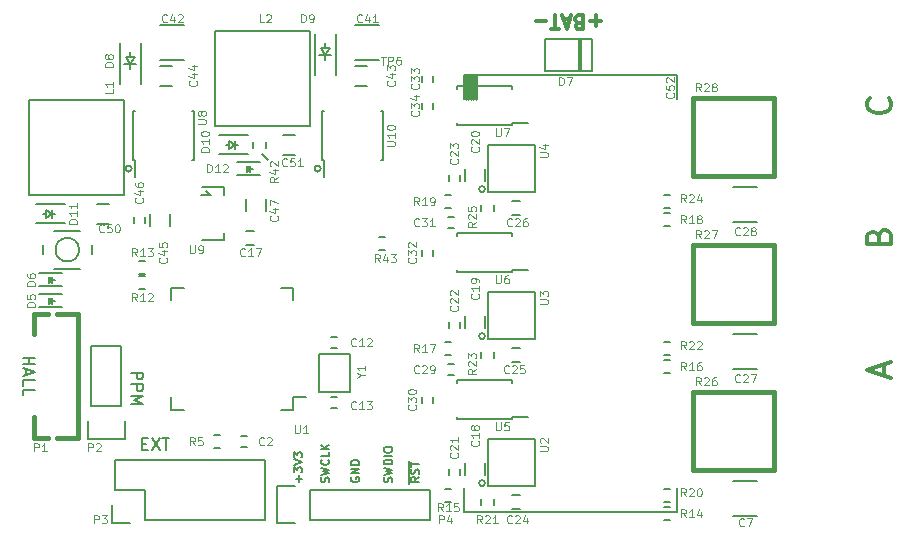
<source format=gto>
G04 #@! TF.FileFunction,Legend,Top*
%FSLAX46Y46*%
G04 Gerber Fmt 4.6, Leading zero omitted, Abs format (unit mm)*
G04 Created by KiCad (PCBNEW 4.0.4-stable) date Monday 19 December 2016 21:20:12*
%MOMM*%
%LPD*%
G01*
G04 APERTURE LIST*
%ADD10C,0.100000*%
%ADD11C,0.150000*%
%ADD12C,0.200000*%
%ADD13C,0.300000*%
%ADD14C,0.250000*%
%ADD15C,0.203200*%
%ADD16C,0.381000*%
%ADD17C,0.120000*%
G04 APERTURE END LIST*
D10*
D11*
X149402000Y-147407333D02*
X149402000Y-146874000D01*
X149668667Y-147140667D02*
X149135333Y-147140667D01*
X148968667Y-146607333D02*
X148968667Y-146174000D01*
X149235333Y-146407333D01*
X149235333Y-146307333D01*
X149268667Y-146240666D01*
X149302000Y-146207333D01*
X149368667Y-146174000D01*
X149535333Y-146174000D01*
X149602000Y-146207333D01*
X149635333Y-146240666D01*
X149668667Y-146307333D01*
X149668667Y-146507333D01*
X149635333Y-146574000D01*
X149602000Y-146607333D01*
X148968667Y-145973999D02*
X149668667Y-145740666D01*
X148968667Y-145507333D01*
X148968667Y-145340666D02*
X148968667Y-144907333D01*
X149235333Y-145140666D01*
X149235333Y-145040666D01*
X149268667Y-144973999D01*
X149302000Y-144940666D01*
X149368667Y-144907333D01*
X149535333Y-144907333D01*
X149602000Y-144940666D01*
X149635333Y-144973999D01*
X149668667Y-145040666D01*
X149668667Y-145240666D01*
X149635333Y-145307333D01*
X149602000Y-145340666D01*
D12*
X126039619Y-136890095D02*
X127039619Y-136890095D01*
X126563429Y-136890095D02*
X126563429Y-137461524D01*
X126039619Y-137461524D02*
X127039619Y-137461524D01*
X126325333Y-137890095D02*
X126325333Y-138366286D01*
X126039619Y-137794857D02*
X127039619Y-138128190D01*
X126039619Y-138461524D01*
X126039619Y-139271048D02*
X126039619Y-138794857D01*
X127039619Y-138794857D01*
X126039619Y-140080572D02*
X126039619Y-139604381D01*
X127039619Y-139604381D01*
X135183619Y-138160095D02*
X136183619Y-138160095D01*
X136183619Y-138541048D01*
X136136000Y-138636286D01*
X136088381Y-138683905D01*
X135993143Y-138731524D01*
X135850286Y-138731524D01*
X135755048Y-138683905D01*
X135707429Y-138636286D01*
X135659810Y-138541048D01*
X135659810Y-138160095D01*
X135183619Y-139160095D02*
X136183619Y-139160095D01*
X136183619Y-139541048D01*
X136136000Y-139636286D01*
X136088381Y-139683905D01*
X135993143Y-139731524D01*
X135850286Y-139731524D01*
X135755048Y-139683905D01*
X135707429Y-139636286D01*
X135659810Y-139541048D01*
X135659810Y-139160095D01*
X135183619Y-140160095D02*
X136183619Y-140160095D01*
X135469333Y-140493429D01*
X136183619Y-140826762D01*
X135183619Y-140826762D01*
X136128095Y-144200571D02*
X136461429Y-144200571D01*
X136604286Y-144724381D02*
X136128095Y-144724381D01*
X136128095Y-143724381D01*
X136604286Y-143724381D01*
X136937619Y-143724381D02*
X137604286Y-144724381D01*
X137604286Y-143724381D02*
X136937619Y-144724381D01*
X137842381Y-143724381D02*
X138413810Y-143724381D01*
X138128095Y-144724381D02*
X138128095Y-143724381D01*
D11*
X159574667Y-147007333D02*
X159241333Y-147240667D01*
X159574667Y-147407333D02*
X158874667Y-147407333D01*
X158874667Y-147140667D01*
X158908000Y-147074000D01*
X158941333Y-147040667D01*
X159008000Y-147007333D01*
X159108000Y-147007333D01*
X159174667Y-147040667D01*
X159208000Y-147074000D01*
X159241333Y-147140667D01*
X159241333Y-147407333D01*
X159541333Y-146740667D02*
X159574667Y-146640667D01*
X159574667Y-146474000D01*
X159541333Y-146407333D01*
X159508000Y-146374000D01*
X159441333Y-146340667D01*
X159374667Y-146340667D01*
X159308000Y-146374000D01*
X159274667Y-146407333D01*
X159241333Y-146474000D01*
X159208000Y-146607333D01*
X159174667Y-146674000D01*
X159141333Y-146707333D01*
X159074667Y-146740667D01*
X159008000Y-146740667D01*
X158941333Y-146707333D01*
X158908000Y-146674000D01*
X158874667Y-146607333D01*
X158874667Y-146440667D01*
X158908000Y-146340667D01*
X158874667Y-146140666D02*
X158874667Y-145740666D01*
X159574667Y-145940666D02*
X158874667Y-145940666D01*
X158754000Y-147574000D02*
X158754000Y-145674000D01*
X153828000Y-147040667D02*
X153794667Y-147107333D01*
X153794667Y-147207333D01*
X153828000Y-147307333D01*
X153894667Y-147374000D01*
X153961333Y-147407333D01*
X154094667Y-147440667D01*
X154194667Y-147440667D01*
X154328000Y-147407333D01*
X154394667Y-147374000D01*
X154461333Y-147307333D01*
X154494667Y-147207333D01*
X154494667Y-147140667D01*
X154461333Y-147040667D01*
X154428000Y-147007333D01*
X154194667Y-147007333D01*
X154194667Y-147140667D01*
X154494667Y-146707333D02*
X153794667Y-146707333D01*
X154494667Y-146307333D01*
X153794667Y-146307333D01*
X154494667Y-145974000D02*
X153794667Y-145974000D01*
X153794667Y-145807334D01*
X153828000Y-145707334D01*
X153894667Y-145640667D01*
X153961333Y-145607334D01*
X154094667Y-145574000D01*
X154194667Y-145574000D01*
X154328000Y-145607334D01*
X154394667Y-145640667D01*
X154461333Y-145707334D01*
X154494667Y-145807334D01*
X154494667Y-145974000D01*
X157255333Y-147440667D02*
X157288667Y-147340667D01*
X157288667Y-147174000D01*
X157255333Y-147107333D01*
X157222000Y-147074000D01*
X157155333Y-147040667D01*
X157088667Y-147040667D01*
X157022000Y-147074000D01*
X156988667Y-147107333D01*
X156955333Y-147174000D01*
X156922000Y-147307333D01*
X156888667Y-147374000D01*
X156855333Y-147407333D01*
X156788667Y-147440667D01*
X156722000Y-147440667D01*
X156655333Y-147407333D01*
X156622000Y-147374000D01*
X156588667Y-147307333D01*
X156588667Y-147140667D01*
X156622000Y-147040667D01*
X156588667Y-146807333D02*
X157288667Y-146640666D01*
X156788667Y-146507333D01*
X157288667Y-146374000D01*
X156588667Y-146207333D01*
X157288667Y-145940666D02*
X156588667Y-145940666D01*
X156588667Y-145774000D01*
X156622000Y-145674000D01*
X156688667Y-145607333D01*
X156755333Y-145574000D01*
X156888667Y-145540666D01*
X156988667Y-145540666D01*
X157122000Y-145574000D01*
X157188667Y-145607333D01*
X157255333Y-145674000D01*
X157288667Y-145774000D01*
X157288667Y-145940666D01*
X157288667Y-145240666D02*
X156588667Y-145240666D01*
X156588667Y-144774000D02*
X156588667Y-144640667D01*
X156622000Y-144574000D01*
X156688667Y-144507333D01*
X156822000Y-144474000D01*
X157055333Y-144474000D01*
X157188667Y-144507333D01*
X157255333Y-144574000D01*
X157288667Y-144640667D01*
X157288667Y-144774000D01*
X157255333Y-144840667D01*
X157188667Y-144907333D01*
X157055333Y-144940667D01*
X156822000Y-144940667D01*
X156688667Y-144907333D01*
X156622000Y-144840667D01*
X156588667Y-144774000D01*
X151921333Y-147440667D02*
X151954667Y-147340667D01*
X151954667Y-147174000D01*
X151921333Y-147107333D01*
X151888000Y-147074000D01*
X151821333Y-147040667D01*
X151754667Y-147040667D01*
X151688000Y-147074000D01*
X151654667Y-147107333D01*
X151621333Y-147174000D01*
X151588000Y-147307333D01*
X151554667Y-147374000D01*
X151521333Y-147407333D01*
X151454667Y-147440667D01*
X151388000Y-147440667D01*
X151321333Y-147407333D01*
X151288000Y-147374000D01*
X151254667Y-147307333D01*
X151254667Y-147140667D01*
X151288000Y-147040667D01*
X151254667Y-146807333D02*
X151954667Y-146640666D01*
X151454667Y-146507333D01*
X151954667Y-146374000D01*
X151254667Y-146207333D01*
X151888000Y-145540666D02*
X151921333Y-145574000D01*
X151954667Y-145674000D01*
X151954667Y-145740666D01*
X151921333Y-145840666D01*
X151854667Y-145907333D01*
X151788000Y-145940666D01*
X151654667Y-145974000D01*
X151554667Y-145974000D01*
X151421333Y-145940666D01*
X151354667Y-145907333D01*
X151288000Y-145840666D01*
X151254667Y-145740666D01*
X151254667Y-145674000D01*
X151288000Y-145574000D01*
X151321333Y-145540666D01*
X151954667Y-144907333D02*
X151954667Y-145240666D01*
X151254667Y-145240666D01*
X151954667Y-144673999D02*
X151254667Y-144673999D01*
X151954667Y-144273999D02*
X151554667Y-144573999D01*
X151254667Y-144273999D02*
X151654667Y-144673999D01*
D13*
X174983428Y-108372286D02*
X174069142Y-108372286D01*
X174526285Y-107915143D02*
X174526285Y-108829429D01*
X173097714Y-108543714D02*
X172926285Y-108486571D01*
X172869142Y-108429429D01*
X172811999Y-108315143D01*
X172811999Y-108143714D01*
X172869142Y-108029429D01*
X172926285Y-107972286D01*
X173040571Y-107915143D01*
X173497714Y-107915143D01*
X173497714Y-109115143D01*
X173097714Y-109115143D01*
X172983428Y-109058000D01*
X172926285Y-109000857D01*
X172869142Y-108886571D01*
X172869142Y-108772286D01*
X172926285Y-108658000D01*
X172983428Y-108600857D01*
X173097714Y-108543714D01*
X173497714Y-108543714D01*
X172354857Y-108258000D02*
X171783428Y-108258000D01*
X172469142Y-107915143D02*
X172069142Y-109115143D01*
X171669142Y-107915143D01*
X171440571Y-109115143D02*
X170754857Y-109115143D01*
X171097714Y-107915143D02*
X171097714Y-109115143D01*
X170354857Y-108372286D02*
X169440571Y-108372286D01*
X199342286Y-114950952D02*
X199437524Y-115046190D01*
X199532762Y-115331905D01*
X199532762Y-115522381D01*
X199437524Y-115808095D01*
X199247048Y-115998571D01*
X199056571Y-116093810D01*
X198675619Y-116189048D01*
X198389905Y-116189048D01*
X198008952Y-116093810D01*
X197818476Y-115998571D01*
X197628000Y-115808095D01*
X197532762Y-115522381D01*
X197532762Y-115331905D01*
X197628000Y-115046190D01*
X197723238Y-114950952D01*
X198485143Y-126603143D02*
X198580381Y-126317429D01*
X198675619Y-126222190D01*
X198866095Y-126126952D01*
X199151810Y-126126952D01*
X199342286Y-126222190D01*
X199437524Y-126317429D01*
X199532762Y-126507905D01*
X199532762Y-127269810D01*
X197532762Y-127269810D01*
X197532762Y-126603143D01*
X197628000Y-126412667D01*
X197723238Y-126317429D01*
X197913714Y-126222190D01*
X198104190Y-126222190D01*
X198294667Y-126317429D01*
X198389905Y-126412667D01*
X198485143Y-126603143D01*
X198485143Y-127269810D01*
X198961333Y-138398191D02*
X198961333Y-137445810D01*
X199532762Y-138588667D02*
X197532762Y-137922000D01*
X199532762Y-137255333D01*
D12*
X146812000Y-120142000D02*
X146304000Y-119634000D01*
D14*
X164356000Y-113066000D02*
X164356000Y-114966000D01*
X164156000Y-113066000D02*
X164156000Y-114966000D01*
X163956000Y-113066000D02*
X163956000Y-114966000D01*
X163756000Y-113066000D02*
X163756000Y-114966000D01*
X163556000Y-113066000D02*
X163556000Y-114966000D01*
D11*
X181406000Y-147966000D02*
X181406000Y-149966000D01*
X163406000Y-147966000D02*
X163406000Y-149966000D01*
X163406000Y-112966000D02*
X181406000Y-112966000D01*
X181406000Y-112966000D02*
X181406000Y-114966000D01*
X163406000Y-149966000D02*
X181406000Y-149966000D01*
X163406000Y-112966000D02*
X163406000Y-114966000D01*
X165879000Y-124456000D02*
X165879000Y-123956000D01*
X164829000Y-123956000D02*
X164829000Y-124456000D01*
X145030000Y-143543000D02*
X144530000Y-143543000D01*
X144530000Y-144493000D02*
X145030000Y-144493000D01*
X186198000Y-150319000D02*
X188198000Y-150319000D01*
X188198000Y-147369000D02*
X186198000Y-147369000D01*
X152150000Y-136111000D02*
X152650000Y-136111000D01*
X152650000Y-135161000D02*
X152150000Y-135161000D01*
X152650000Y-140241000D02*
X152150000Y-140241000D01*
X152150000Y-141191000D02*
X152650000Y-141191000D01*
X145638000Y-127346000D02*
X144938000Y-127346000D01*
X144938000Y-126146000D02*
X145638000Y-126146000D01*
X165188000Y-146804000D02*
X165188000Y-145804000D01*
X163488000Y-145804000D02*
X163488000Y-146804000D01*
X165188000Y-134358000D02*
X165188000Y-133358000D01*
X163488000Y-133358000D02*
X163488000Y-134358000D01*
X165188000Y-121912000D02*
X165188000Y-120912000D01*
X163488000Y-120912000D02*
X163488000Y-121912000D01*
X163035000Y-146808000D02*
X163035000Y-146308000D01*
X162085000Y-146308000D02*
X162085000Y-146808000D01*
X163035000Y-134362000D02*
X163035000Y-133862000D01*
X162085000Y-133862000D02*
X162085000Y-134362000D01*
X163035000Y-121916000D02*
X163035000Y-121416000D01*
X162085000Y-121416000D02*
X162085000Y-121916000D01*
X168117000Y-149698000D02*
X167417000Y-149698000D01*
X167417000Y-148498000D02*
X168117000Y-148498000D01*
X168117000Y-137252000D02*
X167417000Y-137252000D01*
X167417000Y-136052000D02*
X168117000Y-136052000D01*
X168117000Y-124806000D02*
X167417000Y-124806000D01*
X167417000Y-123606000D02*
X168117000Y-123606000D01*
X186198000Y-137873000D02*
X188198000Y-137873000D01*
X188198000Y-134923000D02*
X186198000Y-134923000D01*
X186198000Y-125427000D02*
X188198000Y-125427000D01*
X188198000Y-122477000D02*
X186198000Y-122477000D01*
X162056000Y-138397000D02*
X162556000Y-138397000D01*
X162556000Y-137447000D02*
X162056000Y-137447000D01*
X160749000Y-140712000D02*
X160749000Y-140212000D01*
X159799000Y-140212000D02*
X159799000Y-140712000D01*
X162056000Y-125951000D02*
X162556000Y-125951000D01*
X162556000Y-125001000D02*
X162056000Y-125001000D01*
X160749000Y-128266000D02*
X160749000Y-127766000D01*
X159799000Y-127766000D02*
X159799000Y-128266000D01*
X160749000Y-113534000D02*
X160749000Y-113034000D01*
X159799000Y-113034000D02*
X159799000Y-113534000D01*
X160749000Y-115820000D02*
X160749000Y-115320000D01*
X159799000Y-115320000D02*
X159799000Y-115820000D01*
X154194000Y-111711000D02*
X156194000Y-111711000D01*
X156194000Y-108761000D02*
X154194000Y-108761000D01*
X137684000Y-111711000D02*
X139684000Y-111711000D01*
X139684000Y-108761000D02*
X137684000Y-108761000D01*
X154186000Y-113880000D02*
X155186000Y-113880000D01*
X155186000Y-112180000D02*
X154186000Y-112180000D01*
X137676000Y-113880000D02*
X138676000Y-113880000D01*
X138676000Y-112180000D02*
X137676000Y-112180000D01*
X136818000Y-124722000D02*
X136818000Y-125722000D01*
X138518000Y-125722000D02*
X138518000Y-124722000D01*
X135415000Y-124972000D02*
X135415000Y-125472000D01*
X136365000Y-125472000D02*
X136365000Y-124972000D01*
X144946000Y-123452000D02*
X144946000Y-124452000D01*
X146646000Y-124452000D02*
X146646000Y-123452000D01*
X132342000Y-125564000D02*
X133342000Y-125564000D01*
X133342000Y-123864000D02*
X132342000Y-123864000D01*
X148090000Y-119722000D02*
X149090000Y-119722000D01*
X149090000Y-118022000D02*
X148090000Y-118022000D01*
X127424000Y-132630000D02*
X129324000Y-132630000D01*
X127424000Y-131530000D02*
X129324000Y-131530000D01*
X128324000Y-132080000D02*
X128774000Y-132080000D01*
X128274000Y-131830000D02*
X128274000Y-132330000D01*
X128274000Y-132080000D02*
X128524000Y-131830000D01*
X128524000Y-131830000D02*
X128524000Y-132330000D01*
X128524000Y-132330000D02*
X128274000Y-132080000D01*
X127424000Y-130852000D02*
X129324000Y-130852000D01*
X127424000Y-129752000D02*
X129324000Y-129752000D01*
X128324000Y-130302000D02*
X128774000Y-130302000D01*
X128274000Y-130052000D02*
X128274000Y-130552000D01*
X128274000Y-130302000D02*
X128524000Y-130052000D01*
X128524000Y-130052000D02*
X128524000Y-130552000D01*
X128524000Y-130552000D02*
X128274000Y-130302000D01*
D13*
X173212000Y-110002000D02*
X173212000Y-112502000D01*
D11*
X170212000Y-109902000D02*
X170212000Y-112602000D01*
X174212000Y-109902000D02*
X174212000Y-112602000D01*
X170212000Y-112602000D02*
X174212000Y-112602000D01*
X170212000Y-109902000D02*
X174212000Y-109902000D01*
X135128000Y-111442500D02*
X135128000Y-111061500D01*
X135128000Y-112458500D02*
X135128000Y-112077500D01*
X135128000Y-112077500D02*
X134747000Y-111442500D01*
X134747000Y-111442500D02*
X135509000Y-111442500D01*
X135509000Y-111442500D02*
X135128000Y-112077500D01*
X134620000Y-112077500D02*
X135636000Y-112077500D01*
X136028000Y-113760000D02*
X136028000Y-110220000D01*
X134228000Y-113760000D02*
X134228000Y-110220000D01*
X151638000Y-110680500D02*
X151638000Y-110299500D01*
X151638000Y-111696500D02*
X151638000Y-111315500D01*
X151638000Y-111315500D02*
X151257000Y-110680500D01*
X151257000Y-110680500D02*
X152019000Y-110680500D01*
X152019000Y-110680500D02*
X151638000Y-111315500D01*
X151130000Y-111315500D02*
X152146000Y-111315500D01*
X152538000Y-112998000D02*
X152538000Y-109458000D01*
X150738000Y-112998000D02*
X150738000Y-109458000D01*
X143514000Y-118872000D02*
X143264000Y-118872000D01*
X144014000Y-118872000D02*
X144264000Y-118872000D01*
X144014000Y-118872000D02*
X143514000Y-119222000D01*
X143514000Y-119222000D02*
X143514000Y-118522000D01*
X143514000Y-118522000D02*
X144014000Y-118872000D01*
X144014000Y-119222000D02*
X144014000Y-118522000D01*
X145064000Y-118072000D02*
X142664000Y-118072000D01*
X145064000Y-119672000D02*
X142664000Y-119672000D01*
X128020000Y-124714000D02*
X127770000Y-124714000D01*
X128520000Y-124714000D02*
X128770000Y-124714000D01*
X128520000Y-124714000D02*
X128020000Y-125064000D01*
X128020000Y-125064000D02*
X128020000Y-124364000D01*
X128020000Y-124364000D02*
X128520000Y-124714000D01*
X128520000Y-125064000D02*
X128520000Y-124364000D01*
X129570000Y-123914000D02*
X127170000Y-123914000D01*
X129570000Y-125514000D02*
X127170000Y-125514000D01*
X144188000Y-121454000D02*
X146088000Y-121454000D01*
X144188000Y-120354000D02*
X146088000Y-120354000D01*
X145088000Y-120904000D02*
X145538000Y-120904000D01*
X145038000Y-120654000D02*
X145038000Y-121154000D01*
X145038000Y-120904000D02*
X145288000Y-120654000D01*
X145288000Y-120654000D02*
X145288000Y-121154000D01*
X145288000Y-121154000D02*
X145038000Y-120904000D01*
X126556000Y-115126000D02*
X134556000Y-115126000D01*
X134556000Y-123126000D02*
X134556000Y-115126000D01*
X126556000Y-123126000D02*
X134556000Y-123126000D01*
X126556000Y-115126000D02*
X126556000Y-123126000D01*
X142304000Y-109284000D02*
X150304000Y-109284000D01*
X150304000Y-117284000D02*
X150304000Y-109284000D01*
X142304000Y-117284000D02*
X150304000Y-117284000D01*
X142304000Y-109284000D02*
X142304000Y-117284000D01*
X134366000Y-140970000D02*
X134366000Y-135890000D01*
X134366000Y-135890000D02*
X131826000Y-135890000D01*
X131826000Y-135890000D02*
X131826000Y-140970000D01*
X131546000Y-143790000D02*
X131546000Y-142240000D01*
X131826000Y-140970000D02*
X134366000Y-140970000D01*
X134646000Y-142240000D02*
X134646000Y-143790000D01*
X134646000Y-143790000D02*
X131546000Y-143790000D01*
X133858000Y-145542000D02*
X146558000Y-145542000D01*
X146558000Y-145542000D02*
X146558000Y-150622000D01*
X146558000Y-150622000D02*
X136398000Y-150622000D01*
X133858000Y-145542000D02*
X133858000Y-148082000D01*
X133578000Y-149352000D02*
X133578000Y-150902000D01*
X133858000Y-148082000D02*
X136398000Y-148082000D01*
X136398000Y-148082000D02*
X136398000Y-150622000D01*
X133578000Y-150902000D02*
X135128000Y-150902000D01*
X149098000Y-150902000D02*
X147548000Y-150902000D01*
X147548000Y-150902000D02*
X147548000Y-147802000D01*
X147548000Y-147802000D02*
X149098000Y-147802000D01*
X150368000Y-148082000D02*
X160528000Y-148082000D01*
X160528000Y-148082000D02*
X160528000Y-150622000D01*
X160528000Y-150622000D02*
X150368000Y-150622000D01*
X150368000Y-148082000D02*
X150368000Y-150622000D01*
X142244000Y-144543000D02*
X142744000Y-144543000D01*
X142744000Y-143493000D02*
X142244000Y-143493000D01*
X136394000Y-130031000D02*
X135894000Y-130031000D01*
X135894000Y-131081000D02*
X136394000Y-131081000D01*
X136394000Y-128761000D02*
X135894000Y-128761000D01*
X135894000Y-129811000D02*
X136394000Y-129811000D01*
X180844000Y-149589000D02*
X180344000Y-149589000D01*
X180344000Y-150639000D02*
X180844000Y-150639000D01*
X162302000Y-148065000D02*
X161802000Y-148065000D01*
X161802000Y-149115000D02*
X162302000Y-149115000D01*
X180844000Y-137143000D02*
X180344000Y-137143000D01*
X180344000Y-138193000D02*
X180844000Y-138193000D01*
X162302000Y-135619000D02*
X161802000Y-135619000D01*
X161802000Y-136669000D02*
X162302000Y-136669000D01*
X180844000Y-124697000D02*
X180344000Y-124697000D01*
X180344000Y-125747000D02*
X180844000Y-125747000D01*
X162302000Y-123173000D02*
X161802000Y-123173000D01*
X161802000Y-124223000D02*
X162302000Y-124223000D01*
X180344000Y-149115000D02*
X180844000Y-149115000D01*
X180844000Y-148065000D02*
X180344000Y-148065000D01*
X165879000Y-149348000D02*
X165879000Y-148848000D01*
X164829000Y-148848000D02*
X164829000Y-149348000D01*
X180344000Y-136669000D02*
X180844000Y-136669000D01*
X180844000Y-135619000D02*
X180344000Y-135619000D01*
X165879000Y-136902000D02*
X165879000Y-136402000D01*
X164829000Y-136402000D02*
X164829000Y-136902000D01*
X180344000Y-124223000D02*
X180844000Y-124223000D01*
X180844000Y-123173000D02*
X180344000Y-123173000D01*
X146575000Y-119122000D02*
X146575000Y-118622000D01*
X145525000Y-118622000D02*
X145525000Y-119122000D01*
D15*
X130794000Y-127762000D02*
G75*
G03X130794000Y-127762000I-1000000J0D01*
G01*
X131894000Y-127362000D02*
X131894000Y-128162000D01*
X128694000Y-126162000D02*
X130894000Y-126162000D01*
X127694000Y-128162000D02*
X127694000Y-127362000D01*
X130894000Y-129362000D02*
X128694000Y-129362000D01*
D11*
X148939000Y-141319000D02*
X148939000Y-140244000D01*
X138589000Y-141319000D02*
X138589000Y-140244000D01*
X138589000Y-130969000D02*
X138589000Y-132044000D01*
X148939000Y-130969000D02*
X148939000Y-132044000D01*
X148939000Y-141319000D02*
X147864000Y-141319000D01*
X148939000Y-130969000D02*
X147864000Y-130969000D01*
X138589000Y-130969000D02*
X139664000Y-130969000D01*
X138589000Y-141319000D02*
X139664000Y-141319000D01*
X148939000Y-140244000D02*
X149964000Y-140244000D01*
X165153020Y-147530120D02*
G75*
G03X165153020Y-147530120I-250000J0D01*
G01*
X165386000Y-143796000D02*
X169386000Y-143796000D01*
X169386000Y-143796000D02*
X169386000Y-147796000D01*
X165386000Y-147796000D02*
X169386000Y-147796000D01*
X165386000Y-143796000D02*
X165386000Y-147796000D01*
X165153020Y-135084120D02*
G75*
G03X165153020Y-135084120I-250000J0D01*
G01*
X165386000Y-131350000D02*
X169386000Y-131350000D01*
X169386000Y-131350000D02*
X169386000Y-135350000D01*
X165386000Y-135350000D02*
X169386000Y-135350000D01*
X165386000Y-131350000D02*
X165386000Y-135350000D01*
X165153020Y-122638120D02*
G75*
G03X165153020Y-122638120I-250000J0D01*
G01*
X165386000Y-118904000D02*
X169386000Y-118904000D01*
X169386000Y-118904000D02*
X169386000Y-122904000D01*
X165386000Y-122904000D02*
X169386000Y-122904000D01*
X165386000Y-118904000D02*
X165386000Y-122904000D01*
X167425000Y-142087000D02*
X167425000Y-141887000D01*
X162775000Y-142087000D02*
X162775000Y-141887000D01*
X162775000Y-138837000D02*
X162775000Y-139037000D01*
X167425000Y-138837000D02*
X167425000Y-139037000D01*
X167425000Y-142087000D02*
X162775000Y-142087000D01*
X167425000Y-138837000D02*
X162775000Y-138837000D01*
X167425000Y-141887000D02*
X168775000Y-141887000D01*
X167425000Y-129641000D02*
X167425000Y-129441000D01*
X162775000Y-129641000D02*
X162775000Y-129441000D01*
X162775000Y-126391000D02*
X162775000Y-126591000D01*
X167425000Y-126391000D02*
X167425000Y-126591000D01*
X167425000Y-129641000D02*
X162775000Y-129641000D01*
X167425000Y-126391000D02*
X162775000Y-126391000D01*
X167425000Y-129441000D02*
X168775000Y-129441000D01*
X167425000Y-117195000D02*
X167425000Y-116995000D01*
X162775000Y-117195000D02*
X162775000Y-116995000D01*
X162775000Y-113945000D02*
X162775000Y-114145000D01*
X167425000Y-113945000D02*
X167425000Y-114145000D01*
X167425000Y-117195000D02*
X162775000Y-117195000D01*
X167425000Y-113945000D02*
X162775000Y-113945000D01*
X167425000Y-116995000D02*
X168775000Y-116995000D01*
X135240208Y-120901460D02*
G75*
G03X135240208Y-120901460I-259528J0D01*
G01*
X135347000Y-120185000D02*
X135492000Y-120185000D01*
X135347000Y-116035000D02*
X135492000Y-116035000D01*
X140497000Y-116035000D02*
X140352000Y-116035000D01*
X140497000Y-120185000D02*
X140352000Y-120185000D01*
X135347000Y-120185000D02*
X135347000Y-116035000D01*
X140497000Y-120185000D02*
X140497000Y-116035000D01*
X135492000Y-120185000D02*
X135492000Y-121585000D01*
X141531340Y-122814080D02*
X141831060Y-123063000D01*
X141831060Y-123063000D02*
X141980920Y-123164600D01*
X141980920Y-123164600D02*
X141132560Y-123164600D01*
X143032480Y-122463560D02*
X141231620Y-122463560D01*
X143032480Y-122463560D02*
X143032480Y-123113800D01*
X143032480Y-126964440D02*
X141231620Y-126964440D01*
X143032480Y-126964440D02*
X143032480Y-126314200D01*
X151242208Y-120901460D02*
G75*
G03X151242208Y-120901460I-259528J0D01*
G01*
X151349000Y-120185000D02*
X151494000Y-120185000D01*
X151349000Y-116035000D02*
X151494000Y-116035000D01*
X156499000Y-116035000D02*
X156354000Y-116035000D01*
X156499000Y-120185000D02*
X156354000Y-120185000D01*
X151349000Y-120185000D02*
X151349000Y-116035000D01*
X156499000Y-120185000D02*
X156499000Y-116035000D01*
X151494000Y-120185000D02*
X151494000Y-121585000D01*
X153700000Y-136576000D02*
X153700000Y-139776000D01*
X153700000Y-139776000D02*
X151100000Y-139776000D01*
X151100000Y-139776000D02*
X151100000Y-136576000D01*
X151100000Y-136576000D02*
X153700000Y-136576000D01*
D16*
X182753000Y-139827000D02*
X182753000Y-146431000D01*
X182753000Y-146431000D02*
X189611000Y-146431000D01*
X189611000Y-146431000D02*
X189611000Y-139827000D01*
X189611000Y-139827000D02*
X182753000Y-139827000D01*
X182753000Y-127381000D02*
X182753000Y-133985000D01*
X182753000Y-133985000D02*
X189611000Y-133985000D01*
X189611000Y-133985000D02*
X189611000Y-127381000D01*
X189611000Y-127381000D02*
X182753000Y-127381000D01*
X182753000Y-114935000D02*
X182753000Y-121539000D01*
X182753000Y-121539000D02*
X189611000Y-121539000D01*
X189611000Y-121539000D02*
X189611000Y-114935000D01*
X189611000Y-114935000D02*
X182753000Y-114935000D01*
X126974000Y-143680000D02*
X128125220Y-143680000D01*
X130724000Y-143680000D02*
X128922780Y-143680000D01*
X126974000Y-133180000D02*
X128125220Y-133180000D01*
X130724000Y-133180000D02*
X128922780Y-133180000D01*
X126974000Y-133180000D02*
X126974000Y-134930000D01*
X130724000Y-133180000D02*
X130724000Y-143680000D01*
X126974000Y-141930000D02*
X126974000Y-143680000D01*
D11*
X156714000Y-126729000D02*
X156214000Y-126729000D01*
X156214000Y-127779000D02*
X156714000Y-127779000D01*
D17*
X156342667Y-111408667D02*
X156742667Y-111408667D01*
X156542667Y-112108667D02*
X156542667Y-111408667D01*
X156976000Y-112108667D02*
X156976000Y-111408667D01*
X157242666Y-111408667D01*
X157309333Y-111442000D01*
X157342666Y-111475333D01*
X157376000Y-111542000D01*
X157376000Y-111642000D01*
X157342666Y-111708667D01*
X157309333Y-111742000D01*
X157242666Y-111775333D01*
X156976000Y-111775333D01*
X157976000Y-111408667D02*
X157842666Y-111408667D01*
X157776000Y-111442000D01*
X157742666Y-111475333D01*
X157676000Y-111575333D01*
X157642666Y-111708667D01*
X157642666Y-111975333D01*
X157676000Y-112042000D01*
X157709333Y-112075333D01*
X157776000Y-112108667D01*
X157909333Y-112108667D01*
X157976000Y-112075333D01*
X158009333Y-112042000D01*
X158042666Y-111975333D01*
X158042666Y-111808667D01*
X158009333Y-111742000D01*
X157976000Y-111708667D01*
X157909333Y-111675333D01*
X157776000Y-111675333D01*
X157709333Y-111708667D01*
X157676000Y-111742000D01*
X157642666Y-111808667D01*
X181098000Y-114496000D02*
X181131333Y-114529334D01*
X181164667Y-114629334D01*
X181164667Y-114696000D01*
X181131333Y-114796000D01*
X181064667Y-114862667D01*
X180998000Y-114896000D01*
X180864667Y-114929334D01*
X180764667Y-114929334D01*
X180631333Y-114896000D01*
X180564667Y-114862667D01*
X180498000Y-114796000D01*
X180464667Y-114696000D01*
X180464667Y-114629334D01*
X180498000Y-114529334D01*
X180531333Y-114496000D01*
X180464667Y-113862667D02*
X180464667Y-114196000D01*
X180798000Y-114229334D01*
X180764667Y-114196000D01*
X180731333Y-114129334D01*
X180731333Y-113962667D01*
X180764667Y-113896000D01*
X180798000Y-113862667D01*
X180864667Y-113829334D01*
X181031333Y-113829334D01*
X181098000Y-113862667D01*
X181131333Y-113896000D01*
X181164667Y-113962667D01*
X181164667Y-114129334D01*
X181131333Y-114196000D01*
X181098000Y-114229334D01*
X180531333Y-113562667D02*
X180498000Y-113529333D01*
X180464667Y-113462667D01*
X180464667Y-113296000D01*
X180498000Y-113229333D01*
X180531333Y-113196000D01*
X180598000Y-113162667D01*
X180664667Y-113162667D01*
X180764667Y-113196000D01*
X181164667Y-113596000D01*
X181164667Y-113162667D01*
X164400667Y-125418000D02*
X164067333Y-125651334D01*
X164400667Y-125818000D02*
X163700667Y-125818000D01*
X163700667Y-125551334D01*
X163734000Y-125484667D01*
X163767333Y-125451334D01*
X163834000Y-125418000D01*
X163934000Y-125418000D01*
X164000667Y-125451334D01*
X164034000Y-125484667D01*
X164067333Y-125551334D01*
X164067333Y-125818000D01*
X163767333Y-125151334D02*
X163734000Y-125118000D01*
X163700667Y-125051334D01*
X163700667Y-124884667D01*
X163734000Y-124818000D01*
X163767333Y-124784667D01*
X163834000Y-124751334D01*
X163900667Y-124751334D01*
X164000667Y-124784667D01*
X164400667Y-125184667D01*
X164400667Y-124751334D01*
X163700667Y-124118000D02*
X163700667Y-124451333D01*
X164034000Y-124484667D01*
X164000667Y-124451333D01*
X163967333Y-124384667D01*
X163967333Y-124218000D01*
X164000667Y-124151333D01*
X164034000Y-124118000D01*
X164100667Y-124084667D01*
X164267333Y-124084667D01*
X164334000Y-124118000D01*
X164367333Y-124151333D01*
X164400667Y-124218000D01*
X164400667Y-124384667D01*
X164367333Y-124451333D01*
X164334000Y-124484667D01*
X146441334Y-144268000D02*
X146408000Y-144301333D01*
X146308000Y-144334667D01*
X146241334Y-144334667D01*
X146141334Y-144301333D01*
X146074667Y-144234667D01*
X146041334Y-144168000D01*
X146008000Y-144034667D01*
X146008000Y-143934667D01*
X146041334Y-143801333D01*
X146074667Y-143734667D01*
X146141334Y-143668000D01*
X146241334Y-143634667D01*
X146308000Y-143634667D01*
X146408000Y-143668000D01*
X146441334Y-143701333D01*
X146708000Y-143701333D02*
X146741334Y-143668000D01*
X146808000Y-143634667D01*
X146974667Y-143634667D01*
X147041334Y-143668000D01*
X147074667Y-143701333D01*
X147108000Y-143768000D01*
X147108000Y-143834667D01*
X147074667Y-143934667D01*
X146674667Y-144334667D01*
X147108000Y-144334667D01*
X187081334Y-151126000D02*
X187048000Y-151159333D01*
X186948000Y-151192667D01*
X186881334Y-151192667D01*
X186781334Y-151159333D01*
X186714667Y-151092667D01*
X186681334Y-151026000D01*
X186648000Y-150892667D01*
X186648000Y-150792667D01*
X186681334Y-150659333D01*
X186714667Y-150592667D01*
X186781334Y-150526000D01*
X186881334Y-150492667D01*
X186948000Y-150492667D01*
X187048000Y-150526000D01*
X187081334Y-150559333D01*
X187314667Y-150492667D02*
X187781334Y-150492667D01*
X187481334Y-151192667D01*
X154236000Y-135886000D02*
X154202666Y-135919333D01*
X154102666Y-135952667D01*
X154036000Y-135952667D01*
X153936000Y-135919333D01*
X153869333Y-135852667D01*
X153836000Y-135786000D01*
X153802666Y-135652667D01*
X153802666Y-135552667D01*
X153836000Y-135419333D01*
X153869333Y-135352667D01*
X153936000Y-135286000D01*
X154036000Y-135252667D01*
X154102666Y-135252667D01*
X154202666Y-135286000D01*
X154236000Y-135319333D01*
X154902666Y-135952667D02*
X154502666Y-135952667D01*
X154702666Y-135952667D02*
X154702666Y-135252667D01*
X154636000Y-135352667D01*
X154569333Y-135419333D01*
X154502666Y-135452667D01*
X155169333Y-135319333D02*
X155202667Y-135286000D01*
X155269333Y-135252667D01*
X155436000Y-135252667D01*
X155502667Y-135286000D01*
X155536000Y-135319333D01*
X155569333Y-135386000D01*
X155569333Y-135452667D01*
X155536000Y-135552667D01*
X155136000Y-135952667D01*
X155569333Y-135952667D01*
X154236000Y-141220000D02*
X154202666Y-141253333D01*
X154102666Y-141286667D01*
X154036000Y-141286667D01*
X153936000Y-141253333D01*
X153869333Y-141186667D01*
X153836000Y-141120000D01*
X153802666Y-140986667D01*
X153802666Y-140886667D01*
X153836000Y-140753333D01*
X153869333Y-140686667D01*
X153936000Y-140620000D01*
X154036000Y-140586667D01*
X154102666Y-140586667D01*
X154202666Y-140620000D01*
X154236000Y-140653333D01*
X154902666Y-141286667D02*
X154502666Y-141286667D01*
X154702666Y-141286667D02*
X154702666Y-140586667D01*
X154636000Y-140686667D01*
X154569333Y-140753333D01*
X154502666Y-140786667D01*
X155136000Y-140586667D02*
X155569333Y-140586667D01*
X155336000Y-140853333D01*
X155436000Y-140853333D01*
X155502667Y-140886667D01*
X155536000Y-140920000D01*
X155569333Y-140986667D01*
X155569333Y-141153333D01*
X155536000Y-141220000D01*
X155502667Y-141253333D01*
X155436000Y-141286667D01*
X155236000Y-141286667D01*
X155169333Y-141253333D01*
X155136000Y-141220000D01*
X144838000Y-128266000D02*
X144804666Y-128299333D01*
X144704666Y-128332667D01*
X144638000Y-128332667D01*
X144538000Y-128299333D01*
X144471333Y-128232667D01*
X144438000Y-128166000D01*
X144404666Y-128032667D01*
X144404666Y-127932667D01*
X144438000Y-127799333D01*
X144471333Y-127732667D01*
X144538000Y-127666000D01*
X144638000Y-127632667D01*
X144704666Y-127632667D01*
X144804666Y-127666000D01*
X144838000Y-127699333D01*
X145504666Y-128332667D02*
X145104666Y-128332667D01*
X145304666Y-128332667D02*
X145304666Y-127632667D01*
X145238000Y-127732667D01*
X145171333Y-127799333D01*
X145104666Y-127832667D01*
X145738000Y-127632667D02*
X146204667Y-127632667D01*
X145904667Y-128332667D01*
X164588000Y-143960000D02*
X164621333Y-143993334D01*
X164654667Y-144093334D01*
X164654667Y-144160000D01*
X164621333Y-144260000D01*
X164554667Y-144326667D01*
X164488000Y-144360000D01*
X164354667Y-144393334D01*
X164254667Y-144393334D01*
X164121333Y-144360000D01*
X164054667Y-144326667D01*
X163988000Y-144260000D01*
X163954667Y-144160000D01*
X163954667Y-144093334D01*
X163988000Y-143993334D01*
X164021333Y-143960000D01*
X164654667Y-143293334D02*
X164654667Y-143693334D01*
X164654667Y-143493334D02*
X163954667Y-143493334D01*
X164054667Y-143560000D01*
X164121333Y-143626667D01*
X164154667Y-143693334D01*
X164254667Y-142893333D02*
X164221333Y-142960000D01*
X164188000Y-142993333D01*
X164121333Y-143026667D01*
X164088000Y-143026667D01*
X164021333Y-142993333D01*
X163988000Y-142960000D01*
X163954667Y-142893333D01*
X163954667Y-142760000D01*
X163988000Y-142693333D01*
X164021333Y-142660000D01*
X164088000Y-142626667D01*
X164121333Y-142626667D01*
X164188000Y-142660000D01*
X164221333Y-142693333D01*
X164254667Y-142760000D01*
X164254667Y-142893333D01*
X164288000Y-142960000D01*
X164321333Y-142993333D01*
X164388000Y-143026667D01*
X164521333Y-143026667D01*
X164588000Y-142993333D01*
X164621333Y-142960000D01*
X164654667Y-142893333D01*
X164654667Y-142760000D01*
X164621333Y-142693333D01*
X164588000Y-142660000D01*
X164521333Y-142626667D01*
X164388000Y-142626667D01*
X164321333Y-142660000D01*
X164288000Y-142693333D01*
X164254667Y-142760000D01*
X164588000Y-131514000D02*
X164621333Y-131547334D01*
X164654667Y-131647334D01*
X164654667Y-131714000D01*
X164621333Y-131814000D01*
X164554667Y-131880667D01*
X164488000Y-131914000D01*
X164354667Y-131947334D01*
X164254667Y-131947334D01*
X164121333Y-131914000D01*
X164054667Y-131880667D01*
X163988000Y-131814000D01*
X163954667Y-131714000D01*
X163954667Y-131647334D01*
X163988000Y-131547334D01*
X164021333Y-131514000D01*
X164654667Y-130847334D02*
X164654667Y-131247334D01*
X164654667Y-131047334D02*
X163954667Y-131047334D01*
X164054667Y-131114000D01*
X164121333Y-131180667D01*
X164154667Y-131247334D01*
X164654667Y-130514000D02*
X164654667Y-130380667D01*
X164621333Y-130314000D01*
X164588000Y-130280667D01*
X164488000Y-130214000D01*
X164354667Y-130180667D01*
X164088000Y-130180667D01*
X164021333Y-130214000D01*
X163988000Y-130247333D01*
X163954667Y-130314000D01*
X163954667Y-130447333D01*
X163988000Y-130514000D01*
X164021333Y-130547333D01*
X164088000Y-130580667D01*
X164254667Y-130580667D01*
X164321333Y-130547333D01*
X164354667Y-130514000D01*
X164388000Y-130447333D01*
X164388000Y-130314000D01*
X164354667Y-130247333D01*
X164321333Y-130214000D01*
X164254667Y-130180667D01*
X164588000Y-119068000D02*
X164621333Y-119101334D01*
X164654667Y-119201334D01*
X164654667Y-119268000D01*
X164621333Y-119368000D01*
X164554667Y-119434667D01*
X164488000Y-119468000D01*
X164354667Y-119501334D01*
X164254667Y-119501334D01*
X164121333Y-119468000D01*
X164054667Y-119434667D01*
X163988000Y-119368000D01*
X163954667Y-119268000D01*
X163954667Y-119201334D01*
X163988000Y-119101334D01*
X164021333Y-119068000D01*
X164021333Y-118801334D02*
X163988000Y-118768000D01*
X163954667Y-118701334D01*
X163954667Y-118534667D01*
X163988000Y-118468000D01*
X164021333Y-118434667D01*
X164088000Y-118401334D01*
X164154667Y-118401334D01*
X164254667Y-118434667D01*
X164654667Y-118834667D01*
X164654667Y-118401334D01*
X163954667Y-117968000D02*
X163954667Y-117901333D01*
X163988000Y-117834667D01*
X164021333Y-117801333D01*
X164088000Y-117768000D01*
X164221333Y-117734667D01*
X164388000Y-117734667D01*
X164521333Y-117768000D01*
X164588000Y-117801333D01*
X164621333Y-117834667D01*
X164654667Y-117901333D01*
X164654667Y-117968000D01*
X164621333Y-118034667D01*
X164588000Y-118068000D01*
X164521333Y-118101333D01*
X164388000Y-118134667D01*
X164221333Y-118134667D01*
X164088000Y-118101333D01*
X164021333Y-118068000D01*
X163988000Y-118034667D01*
X163954667Y-117968000D01*
X162810000Y-144976000D02*
X162843333Y-145009334D01*
X162876667Y-145109334D01*
X162876667Y-145176000D01*
X162843333Y-145276000D01*
X162776667Y-145342667D01*
X162710000Y-145376000D01*
X162576667Y-145409334D01*
X162476667Y-145409334D01*
X162343333Y-145376000D01*
X162276667Y-145342667D01*
X162210000Y-145276000D01*
X162176667Y-145176000D01*
X162176667Y-145109334D01*
X162210000Y-145009334D01*
X162243333Y-144976000D01*
X162243333Y-144709334D02*
X162210000Y-144676000D01*
X162176667Y-144609334D01*
X162176667Y-144442667D01*
X162210000Y-144376000D01*
X162243333Y-144342667D01*
X162310000Y-144309334D01*
X162376667Y-144309334D01*
X162476667Y-144342667D01*
X162876667Y-144742667D01*
X162876667Y-144309334D01*
X162876667Y-143642667D02*
X162876667Y-144042667D01*
X162876667Y-143842667D02*
X162176667Y-143842667D01*
X162276667Y-143909333D01*
X162343333Y-143976000D01*
X162376667Y-144042667D01*
X162810000Y-132530000D02*
X162843333Y-132563334D01*
X162876667Y-132663334D01*
X162876667Y-132730000D01*
X162843333Y-132830000D01*
X162776667Y-132896667D01*
X162710000Y-132930000D01*
X162576667Y-132963334D01*
X162476667Y-132963334D01*
X162343333Y-132930000D01*
X162276667Y-132896667D01*
X162210000Y-132830000D01*
X162176667Y-132730000D01*
X162176667Y-132663334D01*
X162210000Y-132563334D01*
X162243333Y-132530000D01*
X162243333Y-132263334D02*
X162210000Y-132230000D01*
X162176667Y-132163334D01*
X162176667Y-131996667D01*
X162210000Y-131930000D01*
X162243333Y-131896667D01*
X162310000Y-131863334D01*
X162376667Y-131863334D01*
X162476667Y-131896667D01*
X162876667Y-132296667D01*
X162876667Y-131863334D01*
X162243333Y-131596667D02*
X162210000Y-131563333D01*
X162176667Y-131496667D01*
X162176667Y-131330000D01*
X162210000Y-131263333D01*
X162243333Y-131230000D01*
X162310000Y-131196667D01*
X162376667Y-131196667D01*
X162476667Y-131230000D01*
X162876667Y-131630000D01*
X162876667Y-131196667D01*
X162810000Y-120084000D02*
X162843333Y-120117334D01*
X162876667Y-120217334D01*
X162876667Y-120284000D01*
X162843333Y-120384000D01*
X162776667Y-120450667D01*
X162710000Y-120484000D01*
X162576667Y-120517334D01*
X162476667Y-120517334D01*
X162343333Y-120484000D01*
X162276667Y-120450667D01*
X162210000Y-120384000D01*
X162176667Y-120284000D01*
X162176667Y-120217334D01*
X162210000Y-120117334D01*
X162243333Y-120084000D01*
X162243333Y-119817334D02*
X162210000Y-119784000D01*
X162176667Y-119717334D01*
X162176667Y-119550667D01*
X162210000Y-119484000D01*
X162243333Y-119450667D01*
X162310000Y-119417334D01*
X162376667Y-119417334D01*
X162476667Y-119450667D01*
X162876667Y-119850667D01*
X162876667Y-119417334D01*
X162176667Y-119184000D02*
X162176667Y-118750667D01*
X162443333Y-118984000D01*
X162443333Y-118884000D01*
X162476667Y-118817333D01*
X162510000Y-118784000D01*
X162576667Y-118750667D01*
X162743333Y-118750667D01*
X162810000Y-118784000D01*
X162843333Y-118817333D01*
X162876667Y-118884000D01*
X162876667Y-119084000D01*
X162843333Y-119150667D01*
X162810000Y-119184000D01*
X167444000Y-150872000D02*
X167410666Y-150905333D01*
X167310666Y-150938667D01*
X167244000Y-150938667D01*
X167144000Y-150905333D01*
X167077333Y-150838667D01*
X167044000Y-150772000D01*
X167010666Y-150638667D01*
X167010666Y-150538667D01*
X167044000Y-150405333D01*
X167077333Y-150338667D01*
X167144000Y-150272000D01*
X167244000Y-150238667D01*
X167310666Y-150238667D01*
X167410666Y-150272000D01*
X167444000Y-150305333D01*
X167710666Y-150305333D02*
X167744000Y-150272000D01*
X167810666Y-150238667D01*
X167977333Y-150238667D01*
X168044000Y-150272000D01*
X168077333Y-150305333D01*
X168110666Y-150372000D01*
X168110666Y-150438667D01*
X168077333Y-150538667D01*
X167677333Y-150938667D01*
X168110666Y-150938667D01*
X168710667Y-150472000D02*
X168710667Y-150938667D01*
X168544000Y-150205333D02*
X168377333Y-150705333D01*
X168810667Y-150705333D01*
X167190000Y-138172000D02*
X167156666Y-138205333D01*
X167056666Y-138238667D01*
X166990000Y-138238667D01*
X166890000Y-138205333D01*
X166823333Y-138138667D01*
X166790000Y-138072000D01*
X166756666Y-137938667D01*
X166756666Y-137838667D01*
X166790000Y-137705333D01*
X166823333Y-137638667D01*
X166890000Y-137572000D01*
X166990000Y-137538667D01*
X167056666Y-137538667D01*
X167156666Y-137572000D01*
X167190000Y-137605333D01*
X167456666Y-137605333D02*
X167490000Y-137572000D01*
X167556666Y-137538667D01*
X167723333Y-137538667D01*
X167790000Y-137572000D01*
X167823333Y-137605333D01*
X167856666Y-137672000D01*
X167856666Y-137738667D01*
X167823333Y-137838667D01*
X167423333Y-138238667D01*
X167856666Y-138238667D01*
X168490000Y-137538667D02*
X168156667Y-137538667D01*
X168123333Y-137872000D01*
X168156667Y-137838667D01*
X168223333Y-137805333D01*
X168390000Y-137805333D01*
X168456667Y-137838667D01*
X168490000Y-137872000D01*
X168523333Y-137938667D01*
X168523333Y-138105333D01*
X168490000Y-138172000D01*
X168456667Y-138205333D01*
X168390000Y-138238667D01*
X168223333Y-138238667D01*
X168156667Y-138205333D01*
X168123333Y-138172000D01*
X167444000Y-125726000D02*
X167410666Y-125759333D01*
X167310666Y-125792667D01*
X167244000Y-125792667D01*
X167144000Y-125759333D01*
X167077333Y-125692667D01*
X167044000Y-125626000D01*
X167010666Y-125492667D01*
X167010666Y-125392667D01*
X167044000Y-125259333D01*
X167077333Y-125192667D01*
X167144000Y-125126000D01*
X167244000Y-125092667D01*
X167310666Y-125092667D01*
X167410666Y-125126000D01*
X167444000Y-125159333D01*
X167710666Y-125159333D02*
X167744000Y-125126000D01*
X167810666Y-125092667D01*
X167977333Y-125092667D01*
X168044000Y-125126000D01*
X168077333Y-125159333D01*
X168110666Y-125226000D01*
X168110666Y-125292667D01*
X168077333Y-125392667D01*
X167677333Y-125792667D01*
X168110666Y-125792667D01*
X168710667Y-125092667D02*
X168577333Y-125092667D01*
X168510667Y-125126000D01*
X168477333Y-125159333D01*
X168410667Y-125259333D01*
X168377333Y-125392667D01*
X168377333Y-125659333D01*
X168410667Y-125726000D01*
X168444000Y-125759333D01*
X168510667Y-125792667D01*
X168644000Y-125792667D01*
X168710667Y-125759333D01*
X168744000Y-125726000D01*
X168777333Y-125659333D01*
X168777333Y-125492667D01*
X168744000Y-125426000D01*
X168710667Y-125392667D01*
X168644000Y-125359333D01*
X168510667Y-125359333D01*
X168444000Y-125392667D01*
X168410667Y-125426000D01*
X168377333Y-125492667D01*
X186748000Y-138934000D02*
X186714666Y-138967333D01*
X186614666Y-139000667D01*
X186548000Y-139000667D01*
X186448000Y-138967333D01*
X186381333Y-138900667D01*
X186348000Y-138834000D01*
X186314666Y-138700667D01*
X186314666Y-138600667D01*
X186348000Y-138467333D01*
X186381333Y-138400667D01*
X186448000Y-138334000D01*
X186548000Y-138300667D01*
X186614666Y-138300667D01*
X186714666Y-138334000D01*
X186748000Y-138367333D01*
X187014666Y-138367333D02*
X187048000Y-138334000D01*
X187114666Y-138300667D01*
X187281333Y-138300667D01*
X187348000Y-138334000D01*
X187381333Y-138367333D01*
X187414666Y-138434000D01*
X187414666Y-138500667D01*
X187381333Y-138600667D01*
X186981333Y-139000667D01*
X187414666Y-139000667D01*
X187648000Y-138300667D02*
X188114667Y-138300667D01*
X187814667Y-139000667D01*
X186748000Y-126488000D02*
X186714666Y-126521333D01*
X186614666Y-126554667D01*
X186548000Y-126554667D01*
X186448000Y-126521333D01*
X186381333Y-126454667D01*
X186348000Y-126388000D01*
X186314666Y-126254667D01*
X186314666Y-126154667D01*
X186348000Y-126021333D01*
X186381333Y-125954667D01*
X186448000Y-125888000D01*
X186548000Y-125854667D01*
X186614666Y-125854667D01*
X186714666Y-125888000D01*
X186748000Y-125921333D01*
X187014666Y-125921333D02*
X187048000Y-125888000D01*
X187114666Y-125854667D01*
X187281333Y-125854667D01*
X187348000Y-125888000D01*
X187381333Y-125921333D01*
X187414666Y-125988000D01*
X187414666Y-126054667D01*
X187381333Y-126154667D01*
X186981333Y-126554667D01*
X187414666Y-126554667D01*
X187814667Y-126154667D02*
X187748000Y-126121333D01*
X187714667Y-126088000D01*
X187681333Y-126021333D01*
X187681333Y-125988000D01*
X187714667Y-125921333D01*
X187748000Y-125888000D01*
X187814667Y-125854667D01*
X187948000Y-125854667D01*
X188014667Y-125888000D01*
X188048000Y-125921333D01*
X188081333Y-125988000D01*
X188081333Y-126021333D01*
X188048000Y-126088000D01*
X188014667Y-126121333D01*
X187948000Y-126154667D01*
X187814667Y-126154667D01*
X187748000Y-126188000D01*
X187714667Y-126221333D01*
X187681333Y-126288000D01*
X187681333Y-126421333D01*
X187714667Y-126488000D01*
X187748000Y-126521333D01*
X187814667Y-126554667D01*
X187948000Y-126554667D01*
X188014667Y-126521333D01*
X188048000Y-126488000D01*
X188081333Y-126421333D01*
X188081333Y-126288000D01*
X188048000Y-126221333D01*
X188014667Y-126188000D01*
X187948000Y-126154667D01*
X159570000Y-138172000D02*
X159536666Y-138205333D01*
X159436666Y-138238667D01*
X159370000Y-138238667D01*
X159270000Y-138205333D01*
X159203333Y-138138667D01*
X159170000Y-138072000D01*
X159136666Y-137938667D01*
X159136666Y-137838667D01*
X159170000Y-137705333D01*
X159203333Y-137638667D01*
X159270000Y-137572000D01*
X159370000Y-137538667D01*
X159436666Y-137538667D01*
X159536666Y-137572000D01*
X159570000Y-137605333D01*
X159836666Y-137605333D02*
X159870000Y-137572000D01*
X159936666Y-137538667D01*
X160103333Y-137538667D01*
X160170000Y-137572000D01*
X160203333Y-137605333D01*
X160236666Y-137672000D01*
X160236666Y-137738667D01*
X160203333Y-137838667D01*
X159803333Y-138238667D01*
X160236666Y-138238667D01*
X160570000Y-138238667D02*
X160703333Y-138238667D01*
X160770000Y-138205333D01*
X160803333Y-138172000D01*
X160870000Y-138072000D01*
X160903333Y-137938667D01*
X160903333Y-137672000D01*
X160870000Y-137605333D01*
X160836667Y-137572000D01*
X160770000Y-137538667D01*
X160636667Y-137538667D01*
X160570000Y-137572000D01*
X160536667Y-137605333D01*
X160503333Y-137672000D01*
X160503333Y-137838667D01*
X160536667Y-137905333D01*
X160570000Y-137938667D01*
X160636667Y-137972000D01*
X160770000Y-137972000D01*
X160836667Y-137938667D01*
X160870000Y-137905333D01*
X160903333Y-137838667D01*
X159254000Y-140912000D02*
X159287333Y-140945334D01*
X159320667Y-141045334D01*
X159320667Y-141112000D01*
X159287333Y-141212000D01*
X159220667Y-141278667D01*
X159154000Y-141312000D01*
X159020667Y-141345334D01*
X158920667Y-141345334D01*
X158787333Y-141312000D01*
X158720667Y-141278667D01*
X158654000Y-141212000D01*
X158620667Y-141112000D01*
X158620667Y-141045334D01*
X158654000Y-140945334D01*
X158687333Y-140912000D01*
X158620667Y-140678667D02*
X158620667Y-140245334D01*
X158887333Y-140478667D01*
X158887333Y-140378667D01*
X158920667Y-140312000D01*
X158954000Y-140278667D01*
X159020667Y-140245334D01*
X159187333Y-140245334D01*
X159254000Y-140278667D01*
X159287333Y-140312000D01*
X159320667Y-140378667D01*
X159320667Y-140578667D01*
X159287333Y-140645334D01*
X159254000Y-140678667D01*
X158620667Y-139812000D02*
X158620667Y-139745333D01*
X158654000Y-139678667D01*
X158687333Y-139645333D01*
X158754000Y-139612000D01*
X158887333Y-139578667D01*
X159054000Y-139578667D01*
X159187333Y-139612000D01*
X159254000Y-139645333D01*
X159287333Y-139678667D01*
X159320667Y-139745333D01*
X159320667Y-139812000D01*
X159287333Y-139878667D01*
X159254000Y-139912000D01*
X159187333Y-139945333D01*
X159054000Y-139978667D01*
X158887333Y-139978667D01*
X158754000Y-139945333D01*
X158687333Y-139912000D01*
X158654000Y-139878667D01*
X158620667Y-139812000D01*
X159570000Y-125726000D02*
X159536666Y-125759333D01*
X159436666Y-125792667D01*
X159370000Y-125792667D01*
X159270000Y-125759333D01*
X159203333Y-125692667D01*
X159170000Y-125626000D01*
X159136666Y-125492667D01*
X159136666Y-125392667D01*
X159170000Y-125259333D01*
X159203333Y-125192667D01*
X159270000Y-125126000D01*
X159370000Y-125092667D01*
X159436666Y-125092667D01*
X159536666Y-125126000D01*
X159570000Y-125159333D01*
X159803333Y-125092667D02*
X160236666Y-125092667D01*
X160003333Y-125359333D01*
X160103333Y-125359333D01*
X160170000Y-125392667D01*
X160203333Y-125426000D01*
X160236666Y-125492667D01*
X160236666Y-125659333D01*
X160203333Y-125726000D01*
X160170000Y-125759333D01*
X160103333Y-125792667D01*
X159903333Y-125792667D01*
X159836666Y-125759333D01*
X159803333Y-125726000D01*
X160903333Y-125792667D02*
X160503333Y-125792667D01*
X160703333Y-125792667D02*
X160703333Y-125092667D01*
X160636667Y-125192667D01*
X160570000Y-125259333D01*
X160503333Y-125292667D01*
X159254000Y-128466000D02*
X159287333Y-128499334D01*
X159320667Y-128599334D01*
X159320667Y-128666000D01*
X159287333Y-128766000D01*
X159220667Y-128832667D01*
X159154000Y-128866000D01*
X159020667Y-128899334D01*
X158920667Y-128899334D01*
X158787333Y-128866000D01*
X158720667Y-128832667D01*
X158654000Y-128766000D01*
X158620667Y-128666000D01*
X158620667Y-128599334D01*
X158654000Y-128499334D01*
X158687333Y-128466000D01*
X158620667Y-128232667D02*
X158620667Y-127799334D01*
X158887333Y-128032667D01*
X158887333Y-127932667D01*
X158920667Y-127866000D01*
X158954000Y-127832667D01*
X159020667Y-127799334D01*
X159187333Y-127799334D01*
X159254000Y-127832667D01*
X159287333Y-127866000D01*
X159320667Y-127932667D01*
X159320667Y-128132667D01*
X159287333Y-128199334D01*
X159254000Y-128232667D01*
X158687333Y-127532667D02*
X158654000Y-127499333D01*
X158620667Y-127432667D01*
X158620667Y-127266000D01*
X158654000Y-127199333D01*
X158687333Y-127166000D01*
X158754000Y-127132667D01*
X158820667Y-127132667D01*
X158920667Y-127166000D01*
X159320667Y-127566000D01*
X159320667Y-127132667D01*
X159508000Y-113734000D02*
X159541333Y-113767334D01*
X159574667Y-113867334D01*
X159574667Y-113934000D01*
X159541333Y-114034000D01*
X159474667Y-114100667D01*
X159408000Y-114134000D01*
X159274667Y-114167334D01*
X159174667Y-114167334D01*
X159041333Y-114134000D01*
X158974667Y-114100667D01*
X158908000Y-114034000D01*
X158874667Y-113934000D01*
X158874667Y-113867334D01*
X158908000Y-113767334D01*
X158941333Y-113734000D01*
X158874667Y-113500667D02*
X158874667Y-113067334D01*
X159141333Y-113300667D01*
X159141333Y-113200667D01*
X159174667Y-113134000D01*
X159208000Y-113100667D01*
X159274667Y-113067334D01*
X159441333Y-113067334D01*
X159508000Y-113100667D01*
X159541333Y-113134000D01*
X159574667Y-113200667D01*
X159574667Y-113400667D01*
X159541333Y-113467334D01*
X159508000Y-113500667D01*
X158874667Y-112834000D02*
X158874667Y-112400667D01*
X159141333Y-112634000D01*
X159141333Y-112534000D01*
X159174667Y-112467333D01*
X159208000Y-112434000D01*
X159274667Y-112400667D01*
X159441333Y-112400667D01*
X159508000Y-112434000D01*
X159541333Y-112467333D01*
X159574667Y-112534000D01*
X159574667Y-112734000D01*
X159541333Y-112800667D01*
X159508000Y-112834000D01*
X159508000Y-116020000D02*
X159541333Y-116053334D01*
X159574667Y-116153334D01*
X159574667Y-116220000D01*
X159541333Y-116320000D01*
X159474667Y-116386667D01*
X159408000Y-116420000D01*
X159274667Y-116453334D01*
X159174667Y-116453334D01*
X159041333Y-116420000D01*
X158974667Y-116386667D01*
X158908000Y-116320000D01*
X158874667Y-116220000D01*
X158874667Y-116153334D01*
X158908000Y-116053334D01*
X158941333Y-116020000D01*
X158874667Y-115786667D02*
X158874667Y-115353334D01*
X159141333Y-115586667D01*
X159141333Y-115486667D01*
X159174667Y-115420000D01*
X159208000Y-115386667D01*
X159274667Y-115353334D01*
X159441333Y-115353334D01*
X159508000Y-115386667D01*
X159541333Y-115420000D01*
X159574667Y-115486667D01*
X159574667Y-115686667D01*
X159541333Y-115753334D01*
X159508000Y-115786667D01*
X159108000Y-114753333D02*
X159574667Y-114753333D01*
X158841333Y-114920000D02*
X159341333Y-115086667D01*
X159341333Y-114653333D01*
X154744000Y-108454000D02*
X154710666Y-108487333D01*
X154610666Y-108520667D01*
X154544000Y-108520667D01*
X154444000Y-108487333D01*
X154377333Y-108420667D01*
X154344000Y-108354000D01*
X154310666Y-108220667D01*
X154310666Y-108120667D01*
X154344000Y-107987333D01*
X154377333Y-107920667D01*
X154444000Y-107854000D01*
X154544000Y-107820667D01*
X154610666Y-107820667D01*
X154710666Y-107854000D01*
X154744000Y-107887333D01*
X155344000Y-108054000D02*
X155344000Y-108520667D01*
X155177333Y-107787333D02*
X155010666Y-108287333D01*
X155444000Y-108287333D01*
X156077333Y-108520667D02*
X155677333Y-108520667D01*
X155877333Y-108520667D02*
X155877333Y-107820667D01*
X155810667Y-107920667D01*
X155744000Y-107987333D01*
X155677333Y-108020667D01*
X138234000Y-108454000D02*
X138200666Y-108487333D01*
X138100666Y-108520667D01*
X138034000Y-108520667D01*
X137934000Y-108487333D01*
X137867333Y-108420667D01*
X137834000Y-108354000D01*
X137800666Y-108220667D01*
X137800666Y-108120667D01*
X137834000Y-107987333D01*
X137867333Y-107920667D01*
X137934000Y-107854000D01*
X138034000Y-107820667D01*
X138100666Y-107820667D01*
X138200666Y-107854000D01*
X138234000Y-107887333D01*
X138834000Y-108054000D02*
X138834000Y-108520667D01*
X138667333Y-107787333D02*
X138500666Y-108287333D01*
X138934000Y-108287333D01*
X139167333Y-107887333D02*
X139200667Y-107854000D01*
X139267333Y-107820667D01*
X139434000Y-107820667D01*
X139500667Y-107854000D01*
X139534000Y-107887333D01*
X139567333Y-107954000D01*
X139567333Y-108020667D01*
X139534000Y-108120667D01*
X139134000Y-108520667D01*
X139567333Y-108520667D01*
X157476000Y-113480000D02*
X157509333Y-113513334D01*
X157542667Y-113613334D01*
X157542667Y-113680000D01*
X157509333Y-113780000D01*
X157442667Y-113846667D01*
X157376000Y-113880000D01*
X157242667Y-113913334D01*
X157142667Y-113913334D01*
X157009333Y-113880000D01*
X156942667Y-113846667D01*
X156876000Y-113780000D01*
X156842667Y-113680000D01*
X156842667Y-113613334D01*
X156876000Y-113513334D01*
X156909333Y-113480000D01*
X157076000Y-112880000D02*
X157542667Y-112880000D01*
X156809333Y-113046667D02*
X157309333Y-113213334D01*
X157309333Y-112780000D01*
X156842667Y-112580000D02*
X156842667Y-112146667D01*
X157109333Y-112380000D01*
X157109333Y-112280000D01*
X157142667Y-112213333D01*
X157176000Y-112180000D01*
X157242667Y-112146667D01*
X157409333Y-112146667D01*
X157476000Y-112180000D01*
X157509333Y-112213333D01*
X157542667Y-112280000D01*
X157542667Y-112480000D01*
X157509333Y-112546667D01*
X157476000Y-112580000D01*
X140712000Y-113480000D02*
X140745333Y-113513334D01*
X140778667Y-113613334D01*
X140778667Y-113680000D01*
X140745333Y-113780000D01*
X140678667Y-113846667D01*
X140612000Y-113880000D01*
X140478667Y-113913334D01*
X140378667Y-113913334D01*
X140245333Y-113880000D01*
X140178667Y-113846667D01*
X140112000Y-113780000D01*
X140078667Y-113680000D01*
X140078667Y-113613334D01*
X140112000Y-113513334D01*
X140145333Y-113480000D01*
X140312000Y-112880000D02*
X140778667Y-112880000D01*
X140045333Y-113046667D02*
X140545333Y-113213334D01*
X140545333Y-112780000D01*
X140312000Y-112213333D02*
X140778667Y-112213333D01*
X140045333Y-112380000D02*
X140545333Y-112546667D01*
X140545333Y-112113333D01*
X138172000Y-128466000D02*
X138205333Y-128499334D01*
X138238667Y-128599334D01*
X138238667Y-128666000D01*
X138205333Y-128766000D01*
X138138667Y-128832667D01*
X138072000Y-128866000D01*
X137938667Y-128899334D01*
X137838667Y-128899334D01*
X137705333Y-128866000D01*
X137638667Y-128832667D01*
X137572000Y-128766000D01*
X137538667Y-128666000D01*
X137538667Y-128599334D01*
X137572000Y-128499334D01*
X137605333Y-128466000D01*
X137772000Y-127866000D02*
X138238667Y-127866000D01*
X137505333Y-128032667D02*
X138005333Y-128199334D01*
X138005333Y-127766000D01*
X137538667Y-127166000D02*
X137538667Y-127499333D01*
X137872000Y-127532667D01*
X137838667Y-127499333D01*
X137805333Y-127432667D01*
X137805333Y-127266000D01*
X137838667Y-127199333D01*
X137872000Y-127166000D01*
X137938667Y-127132667D01*
X138105333Y-127132667D01*
X138172000Y-127166000D01*
X138205333Y-127199333D01*
X138238667Y-127266000D01*
X138238667Y-127432667D01*
X138205333Y-127499333D01*
X138172000Y-127532667D01*
X136140000Y-123386000D02*
X136173333Y-123419334D01*
X136206667Y-123519334D01*
X136206667Y-123586000D01*
X136173333Y-123686000D01*
X136106667Y-123752667D01*
X136040000Y-123786000D01*
X135906667Y-123819334D01*
X135806667Y-123819334D01*
X135673333Y-123786000D01*
X135606667Y-123752667D01*
X135540000Y-123686000D01*
X135506667Y-123586000D01*
X135506667Y-123519334D01*
X135540000Y-123419334D01*
X135573333Y-123386000D01*
X135740000Y-122786000D02*
X136206667Y-122786000D01*
X135473333Y-122952667D02*
X135973333Y-123119334D01*
X135973333Y-122686000D01*
X135506667Y-122119333D02*
X135506667Y-122252667D01*
X135540000Y-122319333D01*
X135573333Y-122352667D01*
X135673333Y-122419333D01*
X135806667Y-122452667D01*
X136073333Y-122452667D01*
X136140000Y-122419333D01*
X136173333Y-122386000D01*
X136206667Y-122319333D01*
X136206667Y-122186000D01*
X136173333Y-122119333D01*
X136140000Y-122086000D01*
X136073333Y-122052667D01*
X135906667Y-122052667D01*
X135840000Y-122086000D01*
X135806667Y-122119333D01*
X135773333Y-122186000D01*
X135773333Y-122319333D01*
X135806667Y-122386000D01*
X135840000Y-122419333D01*
X135906667Y-122452667D01*
X147570000Y-124910000D02*
X147603333Y-124943334D01*
X147636667Y-125043334D01*
X147636667Y-125110000D01*
X147603333Y-125210000D01*
X147536667Y-125276667D01*
X147470000Y-125310000D01*
X147336667Y-125343334D01*
X147236667Y-125343334D01*
X147103333Y-125310000D01*
X147036667Y-125276667D01*
X146970000Y-125210000D01*
X146936667Y-125110000D01*
X146936667Y-125043334D01*
X146970000Y-124943334D01*
X147003333Y-124910000D01*
X147170000Y-124310000D02*
X147636667Y-124310000D01*
X146903333Y-124476667D02*
X147403333Y-124643334D01*
X147403333Y-124210000D01*
X146936667Y-124010000D02*
X146936667Y-123543333D01*
X147636667Y-123843333D01*
X132900000Y-126234000D02*
X132866666Y-126267333D01*
X132766666Y-126300667D01*
X132700000Y-126300667D01*
X132600000Y-126267333D01*
X132533333Y-126200667D01*
X132500000Y-126134000D01*
X132466666Y-126000667D01*
X132466666Y-125900667D01*
X132500000Y-125767333D01*
X132533333Y-125700667D01*
X132600000Y-125634000D01*
X132700000Y-125600667D01*
X132766666Y-125600667D01*
X132866666Y-125634000D01*
X132900000Y-125667333D01*
X133533333Y-125600667D02*
X133200000Y-125600667D01*
X133166666Y-125934000D01*
X133200000Y-125900667D01*
X133266666Y-125867333D01*
X133433333Y-125867333D01*
X133500000Y-125900667D01*
X133533333Y-125934000D01*
X133566666Y-126000667D01*
X133566666Y-126167333D01*
X133533333Y-126234000D01*
X133500000Y-126267333D01*
X133433333Y-126300667D01*
X133266666Y-126300667D01*
X133200000Y-126267333D01*
X133166666Y-126234000D01*
X134000000Y-125600667D02*
X134066667Y-125600667D01*
X134133333Y-125634000D01*
X134166667Y-125667333D01*
X134200000Y-125734000D01*
X134233333Y-125867333D01*
X134233333Y-126034000D01*
X134200000Y-126167333D01*
X134166667Y-126234000D01*
X134133333Y-126267333D01*
X134066667Y-126300667D01*
X134000000Y-126300667D01*
X133933333Y-126267333D01*
X133900000Y-126234000D01*
X133866667Y-126167333D01*
X133833333Y-126034000D01*
X133833333Y-125867333D01*
X133866667Y-125734000D01*
X133900000Y-125667333D01*
X133933333Y-125634000D01*
X134000000Y-125600667D01*
X148394000Y-120646000D02*
X148360666Y-120679333D01*
X148260666Y-120712667D01*
X148194000Y-120712667D01*
X148094000Y-120679333D01*
X148027333Y-120612667D01*
X147994000Y-120546000D01*
X147960666Y-120412667D01*
X147960666Y-120312667D01*
X147994000Y-120179333D01*
X148027333Y-120112667D01*
X148094000Y-120046000D01*
X148194000Y-120012667D01*
X148260666Y-120012667D01*
X148360666Y-120046000D01*
X148394000Y-120079333D01*
X149027333Y-120012667D02*
X148694000Y-120012667D01*
X148660666Y-120346000D01*
X148694000Y-120312667D01*
X148760666Y-120279333D01*
X148927333Y-120279333D01*
X148994000Y-120312667D01*
X149027333Y-120346000D01*
X149060666Y-120412667D01*
X149060666Y-120579333D01*
X149027333Y-120646000D01*
X148994000Y-120679333D01*
X148927333Y-120712667D01*
X148760666Y-120712667D01*
X148694000Y-120679333D01*
X148660666Y-120646000D01*
X149727333Y-120712667D02*
X149327333Y-120712667D01*
X149527333Y-120712667D02*
X149527333Y-120012667D01*
X149460667Y-120112667D01*
X149394000Y-120179333D01*
X149327333Y-120212667D01*
X127062667Y-132596666D02*
X126362667Y-132596666D01*
X126362667Y-132430000D01*
X126396000Y-132330000D01*
X126462667Y-132263333D01*
X126529333Y-132230000D01*
X126662667Y-132196666D01*
X126762667Y-132196666D01*
X126896000Y-132230000D01*
X126962667Y-132263333D01*
X127029333Y-132330000D01*
X127062667Y-132430000D01*
X127062667Y-132596666D01*
X126362667Y-131563333D02*
X126362667Y-131896666D01*
X126696000Y-131930000D01*
X126662667Y-131896666D01*
X126629333Y-131830000D01*
X126629333Y-131663333D01*
X126662667Y-131596666D01*
X126696000Y-131563333D01*
X126762667Y-131530000D01*
X126929333Y-131530000D01*
X126996000Y-131563333D01*
X127029333Y-131596666D01*
X127062667Y-131663333D01*
X127062667Y-131830000D01*
X127029333Y-131896666D01*
X126996000Y-131930000D01*
X127062667Y-130818666D02*
X126362667Y-130818666D01*
X126362667Y-130652000D01*
X126396000Y-130552000D01*
X126462667Y-130485333D01*
X126529333Y-130452000D01*
X126662667Y-130418666D01*
X126762667Y-130418666D01*
X126896000Y-130452000D01*
X126962667Y-130485333D01*
X127029333Y-130552000D01*
X127062667Y-130652000D01*
X127062667Y-130818666D01*
X126362667Y-129818666D02*
X126362667Y-129952000D01*
X126396000Y-130018666D01*
X126429333Y-130052000D01*
X126529333Y-130118666D01*
X126662667Y-130152000D01*
X126929333Y-130152000D01*
X126996000Y-130118666D01*
X127029333Y-130085333D01*
X127062667Y-130018666D01*
X127062667Y-129885333D01*
X127029333Y-129818666D01*
X126996000Y-129785333D01*
X126929333Y-129752000D01*
X126762667Y-129752000D01*
X126696000Y-129785333D01*
X126662667Y-129818666D01*
X126629333Y-129885333D01*
X126629333Y-130018666D01*
X126662667Y-130085333D01*
X126696000Y-130118666D01*
X126762667Y-130152000D01*
X171441334Y-113854667D02*
X171441334Y-113154667D01*
X171608000Y-113154667D01*
X171708000Y-113188000D01*
X171774667Y-113254667D01*
X171808000Y-113321333D01*
X171841334Y-113454667D01*
X171841334Y-113554667D01*
X171808000Y-113688000D01*
X171774667Y-113754667D01*
X171708000Y-113821333D01*
X171608000Y-113854667D01*
X171441334Y-113854667D01*
X172074667Y-113154667D02*
X172541334Y-113154667D01*
X172241334Y-113854667D01*
X133666667Y-112276666D02*
X132966667Y-112276666D01*
X132966667Y-112110000D01*
X133000000Y-112010000D01*
X133066667Y-111943333D01*
X133133333Y-111910000D01*
X133266667Y-111876666D01*
X133366667Y-111876666D01*
X133500000Y-111910000D01*
X133566667Y-111943333D01*
X133633333Y-112010000D01*
X133666667Y-112110000D01*
X133666667Y-112276666D01*
X133266667Y-111476666D02*
X133233333Y-111543333D01*
X133200000Y-111576666D01*
X133133333Y-111610000D01*
X133100000Y-111610000D01*
X133033333Y-111576666D01*
X133000000Y-111543333D01*
X132966667Y-111476666D01*
X132966667Y-111343333D01*
X133000000Y-111276666D01*
X133033333Y-111243333D01*
X133100000Y-111210000D01*
X133133333Y-111210000D01*
X133200000Y-111243333D01*
X133233333Y-111276666D01*
X133266667Y-111343333D01*
X133266667Y-111476666D01*
X133300000Y-111543333D01*
X133333333Y-111576666D01*
X133400000Y-111610000D01*
X133533333Y-111610000D01*
X133600000Y-111576666D01*
X133633333Y-111543333D01*
X133666667Y-111476666D01*
X133666667Y-111343333D01*
X133633333Y-111276666D01*
X133600000Y-111243333D01*
X133533333Y-111210000D01*
X133400000Y-111210000D01*
X133333333Y-111243333D01*
X133300000Y-111276666D01*
X133266667Y-111343333D01*
X149597334Y-108520667D02*
X149597334Y-107820667D01*
X149764000Y-107820667D01*
X149864000Y-107854000D01*
X149930667Y-107920667D01*
X149964000Y-107987333D01*
X149997334Y-108120667D01*
X149997334Y-108220667D01*
X149964000Y-108354000D01*
X149930667Y-108420667D01*
X149864000Y-108487333D01*
X149764000Y-108520667D01*
X149597334Y-108520667D01*
X150330667Y-108520667D02*
X150464000Y-108520667D01*
X150530667Y-108487333D01*
X150564000Y-108454000D01*
X150630667Y-108354000D01*
X150664000Y-108220667D01*
X150664000Y-107954000D01*
X150630667Y-107887333D01*
X150597334Y-107854000D01*
X150530667Y-107820667D01*
X150397334Y-107820667D01*
X150330667Y-107854000D01*
X150297334Y-107887333D01*
X150264000Y-107954000D01*
X150264000Y-108120667D01*
X150297334Y-108187333D01*
X150330667Y-108220667D01*
X150397334Y-108254000D01*
X150530667Y-108254000D01*
X150597334Y-108220667D01*
X150630667Y-108187333D01*
X150664000Y-108120667D01*
X141794667Y-119468000D02*
X141094667Y-119468000D01*
X141094667Y-119301334D01*
X141128000Y-119201334D01*
X141194667Y-119134667D01*
X141261333Y-119101334D01*
X141394667Y-119068000D01*
X141494667Y-119068000D01*
X141628000Y-119101334D01*
X141694667Y-119134667D01*
X141761333Y-119201334D01*
X141794667Y-119301334D01*
X141794667Y-119468000D01*
X141794667Y-118401334D02*
X141794667Y-118801334D01*
X141794667Y-118601334D02*
X141094667Y-118601334D01*
X141194667Y-118668000D01*
X141261333Y-118734667D01*
X141294667Y-118801334D01*
X141094667Y-117968000D02*
X141094667Y-117901333D01*
X141128000Y-117834667D01*
X141161333Y-117801333D01*
X141228000Y-117768000D01*
X141361333Y-117734667D01*
X141528000Y-117734667D01*
X141661333Y-117768000D01*
X141728000Y-117801333D01*
X141761333Y-117834667D01*
X141794667Y-117901333D01*
X141794667Y-117968000D01*
X141761333Y-118034667D01*
X141728000Y-118068000D01*
X141661333Y-118101333D01*
X141528000Y-118134667D01*
X141361333Y-118134667D01*
X141228000Y-118101333D01*
X141161333Y-118068000D01*
X141128000Y-118034667D01*
X141094667Y-117968000D01*
X130618667Y-125564000D02*
X129918667Y-125564000D01*
X129918667Y-125397334D01*
X129952000Y-125297334D01*
X130018667Y-125230667D01*
X130085333Y-125197334D01*
X130218667Y-125164000D01*
X130318667Y-125164000D01*
X130452000Y-125197334D01*
X130518667Y-125230667D01*
X130585333Y-125297334D01*
X130618667Y-125397334D01*
X130618667Y-125564000D01*
X130618667Y-124497334D02*
X130618667Y-124897334D01*
X130618667Y-124697334D02*
X129918667Y-124697334D01*
X130018667Y-124764000D01*
X130085333Y-124830667D01*
X130118667Y-124897334D01*
X130618667Y-123830667D02*
X130618667Y-124230667D01*
X130618667Y-124030667D02*
X129918667Y-124030667D01*
X130018667Y-124097333D01*
X130085333Y-124164000D01*
X130118667Y-124230667D01*
X141644000Y-121220667D02*
X141644000Y-120520667D01*
X141810666Y-120520667D01*
X141910666Y-120554000D01*
X141977333Y-120620667D01*
X142010666Y-120687333D01*
X142044000Y-120820667D01*
X142044000Y-120920667D01*
X142010666Y-121054000D01*
X141977333Y-121120667D01*
X141910666Y-121187333D01*
X141810666Y-121220667D01*
X141644000Y-121220667D01*
X142710666Y-121220667D02*
X142310666Y-121220667D01*
X142510666Y-121220667D02*
X142510666Y-120520667D01*
X142444000Y-120620667D01*
X142377333Y-120687333D01*
X142310666Y-120720667D01*
X142977333Y-120587333D02*
X143010667Y-120554000D01*
X143077333Y-120520667D01*
X143244000Y-120520667D01*
X143310667Y-120554000D01*
X143344000Y-120587333D01*
X143377333Y-120654000D01*
X143377333Y-120720667D01*
X143344000Y-120820667D01*
X142944000Y-121220667D01*
X143377333Y-121220667D01*
X133666667Y-114162667D02*
X133666667Y-114496000D01*
X132966667Y-114496000D01*
X133666667Y-113562667D02*
X133666667Y-113962667D01*
X133666667Y-113762667D02*
X132966667Y-113762667D01*
X133066667Y-113829333D01*
X133133333Y-113896000D01*
X133166667Y-113962667D01*
X146441333Y-108520667D02*
X146108000Y-108520667D01*
X146108000Y-107820667D01*
X146641333Y-107887333D02*
X146674667Y-107854000D01*
X146741333Y-107820667D01*
X146908000Y-107820667D01*
X146974667Y-107854000D01*
X147008000Y-107887333D01*
X147041333Y-107954000D01*
X147041333Y-108020667D01*
X147008000Y-108120667D01*
X146608000Y-108520667D01*
X147041333Y-108520667D01*
X131563334Y-144842667D02*
X131563334Y-144142667D01*
X131830000Y-144142667D01*
X131896667Y-144176000D01*
X131930000Y-144209333D01*
X131963334Y-144276000D01*
X131963334Y-144376000D01*
X131930000Y-144442667D01*
X131896667Y-144476000D01*
X131830000Y-144509333D01*
X131563334Y-144509333D01*
X132230000Y-144209333D02*
X132263334Y-144176000D01*
X132330000Y-144142667D01*
X132496667Y-144142667D01*
X132563334Y-144176000D01*
X132596667Y-144209333D01*
X132630000Y-144276000D01*
X132630000Y-144342667D01*
X132596667Y-144442667D01*
X132196667Y-144842667D01*
X132630000Y-144842667D01*
X132071334Y-150938667D02*
X132071334Y-150238667D01*
X132338000Y-150238667D01*
X132404667Y-150272000D01*
X132438000Y-150305333D01*
X132471334Y-150372000D01*
X132471334Y-150472000D01*
X132438000Y-150538667D01*
X132404667Y-150572000D01*
X132338000Y-150605333D01*
X132071334Y-150605333D01*
X132704667Y-150238667D02*
X133138000Y-150238667D01*
X132904667Y-150505333D01*
X133004667Y-150505333D01*
X133071334Y-150538667D01*
X133104667Y-150572000D01*
X133138000Y-150638667D01*
X133138000Y-150805333D01*
X133104667Y-150872000D01*
X133071334Y-150905333D01*
X133004667Y-150938667D01*
X132804667Y-150938667D01*
X132738000Y-150905333D01*
X132704667Y-150872000D01*
X161281334Y-150938667D02*
X161281334Y-150238667D01*
X161548000Y-150238667D01*
X161614667Y-150272000D01*
X161648000Y-150305333D01*
X161681334Y-150372000D01*
X161681334Y-150472000D01*
X161648000Y-150538667D01*
X161614667Y-150572000D01*
X161548000Y-150605333D01*
X161281334Y-150605333D01*
X162281334Y-150472000D02*
X162281334Y-150938667D01*
X162114667Y-150205333D02*
X161948000Y-150705333D01*
X162381334Y-150705333D01*
X140599334Y-144334667D02*
X140366000Y-144001333D01*
X140199334Y-144334667D02*
X140199334Y-143634667D01*
X140466000Y-143634667D01*
X140532667Y-143668000D01*
X140566000Y-143701333D01*
X140599334Y-143768000D01*
X140599334Y-143868000D01*
X140566000Y-143934667D01*
X140532667Y-143968000D01*
X140466000Y-144001333D01*
X140199334Y-144001333D01*
X141232667Y-143634667D02*
X140899334Y-143634667D01*
X140866000Y-143968000D01*
X140899334Y-143934667D01*
X140966000Y-143901333D01*
X141132667Y-143901333D01*
X141199334Y-143934667D01*
X141232667Y-143968000D01*
X141266000Y-144034667D01*
X141266000Y-144201333D01*
X141232667Y-144268000D01*
X141199334Y-144301333D01*
X141132667Y-144334667D01*
X140966000Y-144334667D01*
X140899334Y-144301333D01*
X140866000Y-144268000D01*
X135694000Y-132142667D02*
X135460666Y-131809333D01*
X135294000Y-132142667D02*
X135294000Y-131442667D01*
X135560666Y-131442667D01*
X135627333Y-131476000D01*
X135660666Y-131509333D01*
X135694000Y-131576000D01*
X135694000Y-131676000D01*
X135660666Y-131742667D01*
X135627333Y-131776000D01*
X135560666Y-131809333D01*
X135294000Y-131809333D01*
X136360666Y-132142667D02*
X135960666Y-132142667D01*
X136160666Y-132142667D02*
X136160666Y-131442667D01*
X136094000Y-131542667D01*
X136027333Y-131609333D01*
X135960666Y-131642667D01*
X136627333Y-131509333D02*
X136660667Y-131476000D01*
X136727333Y-131442667D01*
X136894000Y-131442667D01*
X136960667Y-131476000D01*
X136994000Y-131509333D01*
X137027333Y-131576000D01*
X137027333Y-131642667D01*
X136994000Y-131742667D01*
X136594000Y-132142667D01*
X137027333Y-132142667D01*
X135694000Y-128332667D02*
X135460666Y-127999333D01*
X135294000Y-128332667D02*
X135294000Y-127632667D01*
X135560666Y-127632667D01*
X135627333Y-127666000D01*
X135660666Y-127699333D01*
X135694000Y-127766000D01*
X135694000Y-127866000D01*
X135660666Y-127932667D01*
X135627333Y-127966000D01*
X135560666Y-127999333D01*
X135294000Y-127999333D01*
X136360666Y-128332667D02*
X135960666Y-128332667D01*
X136160666Y-128332667D02*
X136160666Y-127632667D01*
X136094000Y-127732667D01*
X136027333Y-127799333D01*
X135960666Y-127832667D01*
X136594000Y-127632667D02*
X137027333Y-127632667D01*
X136794000Y-127899333D01*
X136894000Y-127899333D01*
X136960667Y-127932667D01*
X136994000Y-127966000D01*
X137027333Y-128032667D01*
X137027333Y-128199333D01*
X136994000Y-128266000D01*
X136960667Y-128299333D01*
X136894000Y-128332667D01*
X136694000Y-128332667D01*
X136627333Y-128299333D01*
X136594000Y-128266000D01*
X182176000Y-150430667D02*
X181942666Y-150097333D01*
X181776000Y-150430667D02*
X181776000Y-149730667D01*
X182042666Y-149730667D01*
X182109333Y-149764000D01*
X182142666Y-149797333D01*
X182176000Y-149864000D01*
X182176000Y-149964000D01*
X182142666Y-150030667D01*
X182109333Y-150064000D01*
X182042666Y-150097333D01*
X181776000Y-150097333D01*
X182842666Y-150430667D02*
X182442666Y-150430667D01*
X182642666Y-150430667D02*
X182642666Y-149730667D01*
X182576000Y-149830667D01*
X182509333Y-149897333D01*
X182442666Y-149930667D01*
X183442667Y-149964000D02*
X183442667Y-150430667D01*
X183276000Y-149697333D02*
X183109333Y-150197333D01*
X183542667Y-150197333D01*
X161602000Y-149922667D02*
X161368666Y-149589333D01*
X161202000Y-149922667D02*
X161202000Y-149222667D01*
X161468666Y-149222667D01*
X161535333Y-149256000D01*
X161568666Y-149289333D01*
X161602000Y-149356000D01*
X161602000Y-149456000D01*
X161568666Y-149522667D01*
X161535333Y-149556000D01*
X161468666Y-149589333D01*
X161202000Y-149589333D01*
X162268666Y-149922667D02*
X161868666Y-149922667D01*
X162068666Y-149922667D02*
X162068666Y-149222667D01*
X162002000Y-149322667D01*
X161935333Y-149389333D01*
X161868666Y-149422667D01*
X162902000Y-149222667D02*
X162568667Y-149222667D01*
X162535333Y-149556000D01*
X162568667Y-149522667D01*
X162635333Y-149489333D01*
X162802000Y-149489333D01*
X162868667Y-149522667D01*
X162902000Y-149556000D01*
X162935333Y-149622667D01*
X162935333Y-149789333D01*
X162902000Y-149856000D01*
X162868667Y-149889333D01*
X162802000Y-149922667D01*
X162635333Y-149922667D01*
X162568667Y-149889333D01*
X162535333Y-149856000D01*
X182176000Y-137984667D02*
X181942666Y-137651333D01*
X181776000Y-137984667D02*
X181776000Y-137284667D01*
X182042666Y-137284667D01*
X182109333Y-137318000D01*
X182142666Y-137351333D01*
X182176000Y-137418000D01*
X182176000Y-137518000D01*
X182142666Y-137584667D01*
X182109333Y-137618000D01*
X182042666Y-137651333D01*
X181776000Y-137651333D01*
X182842666Y-137984667D02*
X182442666Y-137984667D01*
X182642666Y-137984667D02*
X182642666Y-137284667D01*
X182576000Y-137384667D01*
X182509333Y-137451333D01*
X182442666Y-137484667D01*
X183442667Y-137284667D02*
X183309333Y-137284667D01*
X183242667Y-137318000D01*
X183209333Y-137351333D01*
X183142667Y-137451333D01*
X183109333Y-137584667D01*
X183109333Y-137851333D01*
X183142667Y-137918000D01*
X183176000Y-137951333D01*
X183242667Y-137984667D01*
X183376000Y-137984667D01*
X183442667Y-137951333D01*
X183476000Y-137918000D01*
X183509333Y-137851333D01*
X183509333Y-137684667D01*
X183476000Y-137618000D01*
X183442667Y-137584667D01*
X183376000Y-137551333D01*
X183242667Y-137551333D01*
X183176000Y-137584667D01*
X183142667Y-137618000D01*
X183109333Y-137684667D01*
X159570000Y-136460667D02*
X159336666Y-136127333D01*
X159170000Y-136460667D02*
X159170000Y-135760667D01*
X159436666Y-135760667D01*
X159503333Y-135794000D01*
X159536666Y-135827333D01*
X159570000Y-135894000D01*
X159570000Y-135994000D01*
X159536666Y-136060667D01*
X159503333Y-136094000D01*
X159436666Y-136127333D01*
X159170000Y-136127333D01*
X160236666Y-136460667D02*
X159836666Y-136460667D01*
X160036666Y-136460667D02*
X160036666Y-135760667D01*
X159970000Y-135860667D01*
X159903333Y-135927333D01*
X159836666Y-135960667D01*
X160470000Y-135760667D02*
X160936667Y-135760667D01*
X160636667Y-136460667D01*
X182176000Y-125538667D02*
X181942666Y-125205333D01*
X181776000Y-125538667D02*
X181776000Y-124838667D01*
X182042666Y-124838667D01*
X182109333Y-124872000D01*
X182142666Y-124905333D01*
X182176000Y-124972000D01*
X182176000Y-125072000D01*
X182142666Y-125138667D01*
X182109333Y-125172000D01*
X182042666Y-125205333D01*
X181776000Y-125205333D01*
X182842666Y-125538667D02*
X182442666Y-125538667D01*
X182642666Y-125538667D02*
X182642666Y-124838667D01*
X182576000Y-124938667D01*
X182509333Y-125005333D01*
X182442666Y-125038667D01*
X183242667Y-125138667D02*
X183176000Y-125105333D01*
X183142667Y-125072000D01*
X183109333Y-125005333D01*
X183109333Y-124972000D01*
X183142667Y-124905333D01*
X183176000Y-124872000D01*
X183242667Y-124838667D01*
X183376000Y-124838667D01*
X183442667Y-124872000D01*
X183476000Y-124905333D01*
X183509333Y-124972000D01*
X183509333Y-125005333D01*
X183476000Y-125072000D01*
X183442667Y-125105333D01*
X183376000Y-125138667D01*
X183242667Y-125138667D01*
X183176000Y-125172000D01*
X183142667Y-125205333D01*
X183109333Y-125272000D01*
X183109333Y-125405333D01*
X183142667Y-125472000D01*
X183176000Y-125505333D01*
X183242667Y-125538667D01*
X183376000Y-125538667D01*
X183442667Y-125505333D01*
X183476000Y-125472000D01*
X183509333Y-125405333D01*
X183509333Y-125272000D01*
X183476000Y-125205333D01*
X183442667Y-125172000D01*
X183376000Y-125138667D01*
X159570000Y-124014667D02*
X159336666Y-123681333D01*
X159170000Y-124014667D02*
X159170000Y-123314667D01*
X159436666Y-123314667D01*
X159503333Y-123348000D01*
X159536666Y-123381333D01*
X159570000Y-123448000D01*
X159570000Y-123548000D01*
X159536666Y-123614667D01*
X159503333Y-123648000D01*
X159436666Y-123681333D01*
X159170000Y-123681333D01*
X160236666Y-124014667D02*
X159836666Y-124014667D01*
X160036666Y-124014667D02*
X160036666Y-123314667D01*
X159970000Y-123414667D01*
X159903333Y-123481333D01*
X159836666Y-123514667D01*
X160570000Y-124014667D02*
X160703333Y-124014667D01*
X160770000Y-123981333D01*
X160803333Y-123948000D01*
X160870000Y-123848000D01*
X160903333Y-123714667D01*
X160903333Y-123448000D01*
X160870000Y-123381333D01*
X160836667Y-123348000D01*
X160770000Y-123314667D01*
X160636667Y-123314667D01*
X160570000Y-123348000D01*
X160536667Y-123381333D01*
X160503333Y-123448000D01*
X160503333Y-123614667D01*
X160536667Y-123681333D01*
X160570000Y-123714667D01*
X160636667Y-123748000D01*
X160770000Y-123748000D01*
X160836667Y-123714667D01*
X160870000Y-123681333D01*
X160903333Y-123614667D01*
X182176000Y-148652667D02*
X181942666Y-148319333D01*
X181776000Y-148652667D02*
X181776000Y-147952667D01*
X182042666Y-147952667D01*
X182109333Y-147986000D01*
X182142666Y-148019333D01*
X182176000Y-148086000D01*
X182176000Y-148186000D01*
X182142666Y-148252667D01*
X182109333Y-148286000D01*
X182042666Y-148319333D01*
X181776000Y-148319333D01*
X182442666Y-148019333D02*
X182476000Y-147986000D01*
X182542666Y-147952667D01*
X182709333Y-147952667D01*
X182776000Y-147986000D01*
X182809333Y-148019333D01*
X182842666Y-148086000D01*
X182842666Y-148152667D01*
X182809333Y-148252667D01*
X182409333Y-148652667D01*
X182842666Y-148652667D01*
X183276000Y-147952667D02*
X183342667Y-147952667D01*
X183409333Y-147986000D01*
X183442667Y-148019333D01*
X183476000Y-148086000D01*
X183509333Y-148219333D01*
X183509333Y-148386000D01*
X183476000Y-148519333D01*
X183442667Y-148586000D01*
X183409333Y-148619333D01*
X183342667Y-148652667D01*
X183276000Y-148652667D01*
X183209333Y-148619333D01*
X183176000Y-148586000D01*
X183142667Y-148519333D01*
X183109333Y-148386000D01*
X183109333Y-148219333D01*
X183142667Y-148086000D01*
X183176000Y-148019333D01*
X183209333Y-147986000D01*
X183276000Y-147952667D01*
X164904000Y-150938667D02*
X164670666Y-150605333D01*
X164504000Y-150938667D02*
X164504000Y-150238667D01*
X164770666Y-150238667D01*
X164837333Y-150272000D01*
X164870666Y-150305333D01*
X164904000Y-150372000D01*
X164904000Y-150472000D01*
X164870666Y-150538667D01*
X164837333Y-150572000D01*
X164770666Y-150605333D01*
X164504000Y-150605333D01*
X165170666Y-150305333D02*
X165204000Y-150272000D01*
X165270666Y-150238667D01*
X165437333Y-150238667D01*
X165504000Y-150272000D01*
X165537333Y-150305333D01*
X165570666Y-150372000D01*
X165570666Y-150438667D01*
X165537333Y-150538667D01*
X165137333Y-150938667D01*
X165570666Y-150938667D01*
X166237333Y-150938667D02*
X165837333Y-150938667D01*
X166037333Y-150938667D02*
X166037333Y-150238667D01*
X165970667Y-150338667D01*
X165904000Y-150405333D01*
X165837333Y-150438667D01*
X182176000Y-136206667D02*
X181942666Y-135873333D01*
X181776000Y-136206667D02*
X181776000Y-135506667D01*
X182042666Y-135506667D01*
X182109333Y-135540000D01*
X182142666Y-135573333D01*
X182176000Y-135640000D01*
X182176000Y-135740000D01*
X182142666Y-135806667D01*
X182109333Y-135840000D01*
X182042666Y-135873333D01*
X181776000Y-135873333D01*
X182442666Y-135573333D02*
X182476000Y-135540000D01*
X182542666Y-135506667D01*
X182709333Y-135506667D01*
X182776000Y-135540000D01*
X182809333Y-135573333D01*
X182842666Y-135640000D01*
X182842666Y-135706667D01*
X182809333Y-135806667D01*
X182409333Y-136206667D01*
X182842666Y-136206667D01*
X183109333Y-135573333D02*
X183142667Y-135540000D01*
X183209333Y-135506667D01*
X183376000Y-135506667D01*
X183442667Y-135540000D01*
X183476000Y-135573333D01*
X183509333Y-135640000D01*
X183509333Y-135706667D01*
X183476000Y-135806667D01*
X183076000Y-136206667D01*
X183509333Y-136206667D01*
X164400667Y-137864000D02*
X164067333Y-138097334D01*
X164400667Y-138264000D02*
X163700667Y-138264000D01*
X163700667Y-137997334D01*
X163734000Y-137930667D01*
X163767333Y-137897334D01*
X163834000Y-137864000D01*
X163934000Y-137864000D01*
X164000667Y-137897334D01*
X164034000Y-137930667D01*
X164067333Y-137997334D01*
X164067333Y-138264000D01*
X163767333Y-137597334D02*
X163734000Y-137564000D01*
X163700667Y-137497334D01*
X163700667Y-137330667D01*
X163734000Y-137264000D01*
X163767333Y-137230667D01*
X163834000Y-137197334D01*
X163900667Y-137197334D01*
X164000667Y-137230667D01*
X164400667Y-137630667D01*
X164400667Y-137197334D01*
X163700667Y-136964000D02*
X163700667Y-136530667D01*
X163967333Y-136764000D01*
X163967333Y-136664000D01*
X164000667Y-136597333D01*
X164034000Y-136564000D01*
X164100667Y-136530667D01*
X164267333Y-136530667D01*
X164334000Y-136564000D01*
X164367333Y-136597333D01*
X164400667Y-136664000D01*
X164400667Y-136864000D01*
X164367333Y-136930667D01*
X164334000Y-136964000D01*
X182176000Y-123760667D02*
X181942666Y-123427333D01*
X181776000Y-123760667D02*
X181776000Y-123060667D01*
X182042666Y-123060667D01*
X182109333Y-123094000D01*
X182142666Y-123127333D01*
X182176000Y-123194000D01*
X182176000Y-123294000D01*
X182142666Y-123360667D01*
X182109333Y-123394000D01*
X182042666Y-123427333D01*
X181776000Y-123427333D01*
X182442666Y-123127333D02*
X182476000Y-123094000D01*
X182542666Y-123060667D01*
X182709333Y-123060667D01*
X182776000Y-123094000D01*
X182809333Y-123127333D01*
X182842666Y-123194000D01*
X182842666Y-123260667D01*
X182809333Y-123360667D01*
X182409333Y-123760667D01*
X182842666Y-123760667D01*
X183442667Y-123294000D02*
X183442667Y-123760667D01*
X183276000Y-123027333D02*
X183109333Y-123527333D01*
X183542667Y-123527333D01*
X147636667Y-121608000D02*
X147303333Y-121841334D01*
X147636667Y-122008000D02*
X146936667Y-122008000D01*
X146936667Y-121741334D01*
X146970000Y-121674667D01*
X147003333Y-121641334D01*
X147070000Y-121608000D01*
X147170000Y-121608000D01*
X147236667Y-121641334D01*
X147270000Y-121674667D01*
X147303333Y-121741334D01*
X147303333Y-122008000D01*
X147170000Y-121008000D02*
X147636667Y-121008000D01*
X146903333Y-121174667D02*
X147403333Y-121341334D01*
X147403333Y-120908000D01*
X147003333Y-120674667D02*
X146970000Y-120641333D01*
X146936667Y-120574667D01*
X146936667Y-120408000D01*
X146970000Y-120341333D01*
X147003333Y-120308000D01*
X147070000Y-120274667D01*
X147136667Y-120274667D01*
X147236667Y-120308000D01*
X147636667Y-120708000D01*
X147636667Y-120274667D01*
X149072667Y-142618667D02*
X149072667Y-143185333D01*
X149106000Y-143252000D01*
X149139333Y-143285333D01*
X149206000Y-143318667D01*
X149339333Y-143318667D01*
X149406000Y-143285333D01*
X149439333Y-143252000D01*
X149472667Y-143185333D01*
X149472667Y-142618667D01*
X150172666Y-143318667D02*
X149772666Y-143318667D01*
X149972666Y-143318667D02*
X149972666Y-142618667D01*
X149906000Y-142718667D01*
X149839333Y-142785333D01*
X149772666Y-142818667D01*
X169796667Y-144805333D02*
X170363333Y-144805333D01*
X170430000Y-144772000D01*
X170463333Y-144738667D01*
X170496667Y-144672000D01*
X170496667Y-144538667D01*
X170463333Y-144472000D01*
X170430000Y-144438667D01*
X170363333Y-144405333D01*
X169796667Y-144405333D01*
X169863333Y-144105334D02*
X169830000Y-144072000D01*
X169796667Y-144005334D01*
X169796667Y-143838667D01*
X169830000Y-143772000D01*
X169863333Y-143738667D01*
X169930000Y-143705334D01*
X169996667Y-143705334D01*
X170096667Y-143738667D01*
X170496667Y-144138667D01*
X170496667Y-143705334D01*
X169796667Y-132359333D02*
X170363333Y-132359333D01*
X170430000Y-132326000D01*
X170463333Y-132292667D01*
X170496667Y-132226000D01*
X170496667Y-132092667D01*
X170463333Y-132026000D01*
X170430000Y-131992667D01*
X170363333Y-131959333D01*
X169796667Y-131959333D01*
X169796667Y-131692667D02*
X169796667Y-131259334D01*
X170063333Y-131492667D01*
X170063333Y-131392667D01*
X170096667Y-131326000D01*
X170130000Y-131292667D01*
X170196667Y-131259334D01*
X170363333Y-131259334D01*
X170430000Y-131292667D01*
X170463333Y-131326000D01*
X170496667Y-131392667D01*
X170496667Y-131592667D01*
X170463333Y-131659334D01*
X170430000Y-131692667D01*
X169796667Y-119913333D02*
X170363333Y-119913333D01*
X170430000Y-119880000D01*
X170463333Y-119846667D01*
X170496667Y-119780000D01*
X170496667Y-119646667D01*
X170463333Y-119580000D01*
X170430000Y-119546667D01*
X170363333Y-119513333D01*
X169796667Y-119513333D01*
X170030000Y-118880000D02*
X170496667Y-118880000D01*
X169763333Y-119046667D02*
X170263333Y-119213334D01*
X170263333Y-118780000D01*
X166090667Y-142364667D02*
X166090667Y-142931333D01*
X166124000Y-142998000D01*
X166157333Y-143031333D01*
X166224000Y-143064667D01*
X166357333Y-143064667D01*
X166424000Y-143031333D01*
X166457333Y-142998000D01*
X166490667Y-142931333D01*
X166490667Y-142364667D01*
X167157333Y-142364667D02*
X166824000Y-142364667D01*
X166790666Y-142698000D01*
X166824000Y-142664667D01*
X166890666Y-142631333D01*
X167057333Y-142631333D01*
X167124000Y-142664667D01*
X167157333Y-142698000D01*
X167190666Y-142764667D01*
X167190666Y-142931333D01*
X167157333Y-142998000D01*
X167124000Y-143031333D01*
X167057333Y-143064667D01*
X166890666Y-143064667D01*
X166824000Y-143031333D01*
X166790666Y-142998000D01*
X166090667Y-129918667D02*
X166090667Y-130485333D01*
X166124000Y-130552000D01*
X166157333Y-130585333D01*
X166224000Y-130618667D01*
X166357333Y-130618667D01*
X166424000Y-130585333D01*
X166457333Y-130552000D01*
X166490667Y-130485333D01*
X166490667Y-129918667D01*
X167124000Y-129918667D02*
X166990666Y-129918667D01*
X166924000Y-129952000D01*
X166890666Y-129985333D01*
X166824000Y-130085333D01*
X166790666Y-130218667D01*
X166790666Y-130485333D01*
X166824000Y-130552000D01*
X166857333Y-130585333D01*
X166924000Y-130618667D01*
X167057333Y-130618667D01*
X167124000Y-130585333D01*
X167157333Y-130552000D01*
X167190666Y-130485333D01*
X167190666Y-130318667D01*
X167157333Y-130252000D01*
X167124000Y-130218667D01*
X167057333Y-130185333D01*
X166924000Y-130185333D01*
X166857333Y-130218667D01*
X166824000Y-130252000D01*
X166790666Y-130318667D01*
X166090667Y-117472667D02*
X166090667Y-118039333D01*
X166124000Y-118106000D01*
X166157333Y-118139333D01*
X166224000Y-118172667D01*
X166357333Y-118172667D01*
X166424000Y-118139333D01*
X166457333Y-118106000D01*
X166490667Y-118039333D01*
X166490667Y-117472667D01*
X166757333Y-117472667D02*
X167224000Y-117472667D01*
X166924000Y-118172667D01*
X140840667Y-117119333D02*
X141407333Y-117119333D01*
X141474000Y-117086000D01*
X141507333Y-117052667D01*
X141540667Y-116986000D01*
X141540667Y-116852667D01*
X141507333Y-116786000D01*
X141474000Y-116752667D01*
X141407333Y-116719333D01*
X140840667Y-116719333D01*
X141140667Y-116286000D02*
X141107333Y-116352667D01*
X141074000Y-116386000D01*
X141007333Y-116419334D01*
X140974000Y-116419334D01*
X140907333Y-116386000D01*
X140874000Y-116352667D01*
X140840667Y-116286000D01*
X140840667Y-116152667D01*
X140874000Y-116086000D01*
X140907333Y-116052667D01*
X140974000Y-116019334D01*
X141007333Y-116019334D01*
X141074000Y-116052667D01*
X141107333Y-116086000D01*
X141140667Y-116152667D01*
X141140667Y-116286000D01*
X141174000Y-116352667D01*
X141207333Y-116386000D01*
X141274000Y-116419334D01*
X141407333Y-116419334D01*
X141474000Y-116386000D01*
X141507333Y-116352667D01*
X141540667Y-116286000D01*
X141540667Y-116152667D01*
X141507333Y-116086000D01*
X141474000Y-116052667D01*
X141407333Y-116019334D01*
X141274000Y-116019334D01*
X141207333Y-116052667D01*
X141174000Y-116086000D01*
X141140667Y-116152667D01*
X140182667Y-127378667D02*
X140182667Y-127945333D01*
X140216000Y-128012000D01*
X140249333Y-128045333D01*
X140316000Y-128078667D01*
X140449333Y-128078667D01*
X140516000Y-128045333D01*
X140549333Y-128012000D01*
X140582667Y-127945333D01*
X140582667Y-127378667D01*
X140949333Y-128078667D02*
X141082666Y-128078667D01*
X141149333Y-128045333D01*
X141182666Y-128012000D01*
X141249333Y-127912000D01*
X141282666Y-127778667D01*
X141282666Y-127512000D01*
X141249333Y-127445333D01*
X141216000Y-127412000D01*
X141149333Y-127378667D01*
X141016000Y-127378667D01*
X140949333Y-127412000D01*
X140916000Y-127445333D01*
X140882666Y-127512000D01*
X140882666Y-127678667D01*
X140916000Y-127745333D01*
X140949333Y-127778667D01*
X141016000Y-127812000D01*
X141149333Y-127812000D01*
X141216000Y-127778667D01*
X141249333Y-127745333D01*
X141282666Y-127678667D01*
X156842667Y-118976666D02*
X157409333Y-118976666D01*
X157476000Y-118943333D01*
X157509333Y-118910000D01*
X157542667Y-118843333D01*
X157542667Y-118710000D01*
X157509333Y-118643333D01*
X157476000Y-118610000D01*
X157409333Y-118576666D01*
X156842667Y-118576666D01*
X157542667Y-117876667D02*
X157542667Y-118276667D01*
X157542667Y-118076667D02*
X156842667Y-118076667D01*
X156942667Y-118143333D01*
X157009333Y-118210000D01*
X157042667Y-118276667D01*
X156842667Y-117443333D02*
X156842667Y-117376666D01*
X156876000Y-117310000D01*
X156909333Y-117276666D01*
X156976000Y-117243333D01*
X157109333Y-117210000D01*
X157276000Y-117210000D01*
X157409333Y-117243333D01*
X157476000Y-117276666D01*
X157509333Y-117310000D01*
X157542667Y-117376666D01*
X157542667Y-117443333D01*
X157509333Y-117510000D01*
X157476000Y-117543333D01*
X157409333Y-117576666D01*
X157276000Y-117610000D01*
X157109333Y-117610000D01*
X156976000Y-117576666D01*
X156909333Y-117543333D01*
X156876000Y-117510000D01*
X156842667Y-117443333D01*
X154683333Y-138409333D02*
X155016667Y-138409333D01*
X154316667Y-138642666D02*
X154683333Y-138409333D01*
X154316667Y-138176000D01*
X155016667Y-137576000D02*
X155016667Y-137976000D01*
X155016667Y-137776000D02*
X154316667Y-137776000D01*
X154416667Y-137842666D01*
X154483333Y-137909333D01*
X154516667Y-137976000D01*
X183446000Y-139254667D02*
X183212666Y-138921333D01*
X183046000Y-139254667D02*
X183046000Y-138554667D01*
X183312666Y-138554667D01*
X183379333Y-138588000D01*
X183412666Y-138621333D01*
X183446000Y-138688000D01*
X183446000Y-138788000D01*
X183412666Y-138854667D01*
X183379333Y-138888000D01*
X183312666Y-138921333D01*
X183046000Y-138921333D01*
X183712666Y-138621333D02*
X183746000Y-138588000D01*
X183812666Y-138554667D01*
X183979333Y-138554667D01*
X184046000Y-138588000D01*
X184079333Y-138621333D01*
X184112666Y-138688000D01*
X184112666Y-138754667D01*
X184079333Y-138854667D01*
X183679333Y-139254667D01*
X184112666Y-139254667D01*
X184712667Y-138554667D02*
X184579333Y-138554667D01*
X184512667Y-138588000D01*
X184479333Y-138621333D01*
X184412667Y-138721333D01*
X184379333Y-138854667D01*
X184379333Y-139121333D01*
X184412667Y-139188000D01*
X184446000Y-139221333D01*
X184512667Y-139254667D01*
X184646000Y-139254667D01*
X184712667Y-139221333D01*
X184746000Y-139188000D01*
X184779333Y-139121333D01*
X184779333Y-138954667D01*
X184746000Y-138888000D01*
X184712667Y-138854667D01*
X184646000Y-138821333D01*
X184512667Y-138821333D01*
X184446000Y-138854667D01*
X184412667Y-138888000D01*
X184379333Y-138954667D01*
X183446000Y-126808667D02*
X183212666Y-126475333D01*
X183046000Y-126808667D02*
X183046000Y-126108667D01*
X183312666Y-126108667D01*
X183379333Y-126142000D01*
X183412666Y-126175333D01*
X183446000Y-126242000D01*
X183446000Y-126342000D01*
X183412666Y-126408667D01*
X183379333Y-126442000D01*
X183312666Y-126475333D01*
X183046000Y-126475333D01*
X183712666Y-126175333D02*
X183746000Y-126142000D01*
X183812666Y-126108667D01*
X183979333Y-126108667D01*
X184046000Y-126142000D01*
X184079333Y-126175333D01*
X184112666Y-126242000D01*
X184112666Y-126308667D01*
X184079333Y-126408667D01*
X183679333Y-126808667D01*
X184112666Y-126808667D01*
X184346000Y-126108667D02*
X184812667Y-126108667D01*
X184512667Y-126808667D01*
X183446000Y-114362667D02*
X183212666Y-114029333D01*
X183046000Y-114362667D02*
X183046000Y-113662667D01*
X183312666Y-113662667D01*
X183379333Y-113696000D01*
X183412666Y-113729333D01*
X183446000Y-113796000D01*
X183446000Y-113896000D01*
X183412666Y-113962667D01*
X183379333Y-113996000D01*
X183312666Y-114029333D01*
X183046000Y-114029333D01*
X183712666Y-113729333D02*
X183746000Y-113696000D01*
X183812666Y-113662667D01*
X183979333Y-113662667D01*
X184046000Y-113696000D01*
X184079333Y-113729333D01*
X184112666Y-113796000D01*
X184112666Y-113862667D01*
X184079333Y-113962667D01*
X183679333Y-114362667D01*
X184112666Y-114362667D01*
X184512667Y-113962667D02*
X184446000Y-113929333D01*
X184412667Y-113896000D01*
X184379333Y-113829333D01*
X184379333Y-113796000D01*
X184412667Y-113729333D01*
X184446000Y-113696000D01*
X184512667Y-113662667D01*
X184646000Y-113662667D01*
X184712667Y-113696000D01*
X184746000Y-113729333D01*
X184779333Y-113796000D01*
X184779333Y-113829333D01*
X184746000Y-113896000D01*
X184712667Y-113929333D01*
X184646000Y-113962667D01*
X184512667Y-113962667D01*
X184446000Y-113996000D01*
X184412667Y-114029333D01*
X184379333Y-114096000D01*
X184379333Y-114229333D01*
X184412667Y-114296000D01*
X184446000Y-114329333D01*
X184512667Y-114362667D01*
X184646000Y-114362667D01*
X184712667Y-114329333D01*
X184746000Y-114296000D01*
X184779333Y-114229333D01*
X184779333Y-114096000D01*
X184746000Y-114029333D01*
X184712667Y-113996000D01*
X184646000Y-113962667D01*
X126991334Y-144842667D02*
X126991334Y-144142667D01*
X127258000Y-144142667D01*
X127324667Y-144176000D01*
X127358000Y-144209333D01*
X127391334Y-144276000D01*
X127391334Y-144376000D01*
X127358000Y-144442667D01*
X127324667Y-144476000D01*
X127258000Y-144509333D01*
X126991334Y-144509333D01*
X128058000Y-144842667D02*
X127658000Y-144842667D01*
X127858000Y-144842667D02*
X127858000Y-144142667D01*
X127791334Y-144242667D01*
X127724667Y-144309333D01*
X127658000Y-144342667D01*
X156268000Y-128840667D02*
X156034666Y-128507333D01*
X155868000Y-128840667D02*
X155868000Y-128140667D01*
X156134666Y-128140667D01*
X156201333Y-128174000D01*
X156234666Y-128207333D01*
X156268000Y-128274000D01*
X156268000Y-128374000D01*
X156234666Y-128440667D01*
X156201333Y-128474000D01*
X156134666Y-128507333D01*
X155868000Y-128507333D01*
X156868000Y-128374000D02*
X156868000Y-128840667D01*
X156701333Y-128107333D02*
X156534666Y-128607333D01*
X156968000Y-128607333D01*
X157168000Y-128140667D02*
X157601333Y-128140667D01*
X157368000Y-128407333D01*
X157468000Y-128407333D01*
X157534667Y-128440667D01*
X157568000Y-128474000D01*
X157601333Y-128540667D01*
X157601333Y-128707333D01*
X157568000Y-128774000D01*
X157534667Y-128807333D01*
X157468000Y-128840667D01*
X157268000Y-128840667D01*
X157201333Y-128807333D01*
X157168000Y-128774000D01*
M02*

</source>
